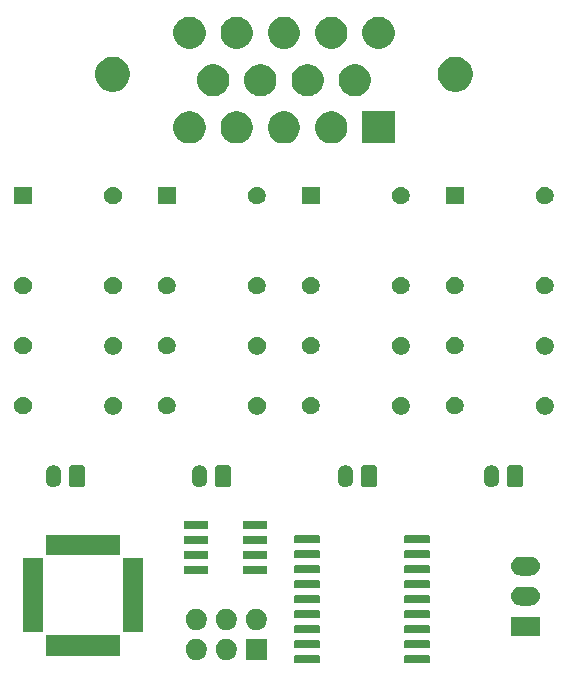
<source format=gbr>
G04 #@! TF.GenerationSoftware,KiCad,Pcbnew,5.1.5-52549c5~84~ubuntu18.04.1*
G04 #@! TF.CreationDate,2020-02-06T21:07:47-05:00*
G04 #@! TF.ProjectId,FH_fault-latch,46485f66-6175-46c7-942d-6c617463682e,rev?*
G04 #@! TF.SameCoordinates,Original*
G04 #@! TF.FileFunction,Soldermask,Top*
G04 #@! TF.FilePolarity,Negative*
%FSLAX46Y46*%
G04 Gerber Fmt 4.6, Leading zero omitted, Abs format (unit mm)*
G04 Created by KiCad (PCBNEW 5.1.5-52549c5~84~ubuntu18.04.1) date 2020-02-06 21:07:47*
%MOMM*%
%LPD*%
G04 APERTURE LIST*
%ADD10C,0.100000*%
G04 APERTURE END LIST*
D10*
G36*
X142286928Y-126397764D02*
G01*
X142308009Y-126404160D01*
X142327445Y-126414548D01*
X142344476Y-126428524D01*
X142358452Y-126445555D01*
X142368840Y-126464991D01*
X142375236Y-126486072D01*
X142378000Y-126514140D01*
X142378000Y-126977860D01*
X142375236Y-127005928D01*
X142368840Y-127027009D01*
X142358452Y-127046445D01*
X142344476Y-127063476D01*
X142327445Y-127077452D01*
X142308009Y-127087840D01*
X142286928Y-127094236D01*
X142258860Y-127097000D01*
X140345140Y-127097000D01*
X140317072Y-127094236D01*
X140295991Y-127087840D01*
X140276555Y-127077452D01*
X140259524Y-127063476D01*
X140245548Y-127046445D01*
X140235160Y-127027009D01*
X140228764Y-127005928D01*
X140226000Y-126977860D01*
X140226000Y-126514140D01*
X140228764Y-126486072D01*
X140235160Y-126464991D01*
X140245548Y-126445555D01*
X140259524Y-126428524D01*
X140276555Y-126414548D01*
X140295991Y-126404160D01*
X140317072Y-126397764D01*
X140345140Y-126395000D01*
X142258860Y-126395000D01*
X142286928Y-126397764D01*
G37*
G36*
X132986928Y-126397764D02*
G01*
X133008009Y-126404160D01*
X133027445Y-126414548D01*
X133044476Y-126428524D01*
X133058452Y-126445555D01*
X133068840Y-126464991D01*
X133075236Y-126486072D01*
X133078000Y-126514140D01*
X133078000Y-126977860D01*
X133075236Y-127005928D01*
X133068840Y-127027009D01*
X133058452Y-127046445D01*
X133044476Y-127063476D01*
X133027445Y-127077452D01*
X133008009Y-127087840D01*
X132986928Y-127094236D01*
X132958860Y-127097000D01*
X131045140Y-127097000D01*
X131017072Y-127094236D01*
X130995991Y-127087840D01*
X130976555Y-127077452D01*
X130959524Y-127063476D01*
X130945548Y-127046445D01*
X130935160Y-127027009D01*
X130928764Y-127005928D01*
X130926000Y-126977860D01*
X130926000Y-126514140D01*
X130928764Y-126486072D01*
X130935160Y-126464991D01*
X130945548Y-126445555D01*
X130959524Y-126428524D01*
X130976555Y-126414548D01*
X130995991Y-126404160D01*
X131017072Y-126397764D01*
X131045140Y-126395000D01*
X132958860Y-126395000D01*
X132986928Y-126397764D01*
G37*
G36*
X125272012Y-125024427D02*
G01*
X125421312Y-125054124D01*
X125585284Y-125122044D01*
X125732854Y-125220647D01*
X125858353Y-125346146D01*
X125956956Y-125493716D01*
X126024876Y-125657688D01*
X126051885Y-125793476D01*
X126058554Y-125827000D01*
X126059500Y-125831759D01*
X126059500Y-126009241D01*
X126024876Y-126183312D01*
X125956956Y-126347284D01*
X125858353Y-126494854D01*
X125732854Y-126620353D01*
X125585284Y-126718956D01*
X125421312Y-126786876D01*
X125272012Y-126816573D01*
X125247242Y-126821500D01*
X125069758Y-126821500D01*
X125044988Y-126816573D01*
X124895688Y-126786876D01*
X124731716Y-126718956D01*
X124584146Y-126620353D01*
X124458647Y-126494854D01*
X124360044Y-126347284D01*
X124292124Y-126183312D01*
X124257500Y-126009241D01*
X124257500Y-125831759D01*
X124258447Y-125827000D01*
X124265115Y-125793476D01*
X124292124Y-125657688D01*
X124360044Y-125493716D01*
X124458647Y-125346146D01*
X124584146Y-125220647D01*
X124731716Y-125122044D01*
X124895688Y-125054124D01*
X125044988Y-125024427D01*
X125069758Y-125019500D01*
X125247242Y-125019500D01*
X125272012Y-125024427D01*
G37*
G36*
X122732012Y-125024427D02*
G01*
X122881312Y-125054124D01*
X123045284Y-125122044D01*
X123192854Y-125220647D01*
X123318353Y-125346146D01*
X123416956Y-125493716D01*
X123484876Y-125657688D01*
X123511885Y-125793476D01*
X123518554Y-125827000D01*
X123519500Y-125831759D01*
X123519500Y-126009241D01*
X123484876Y-126183312D01*
X123416956Y-126347284D01*
X123318353Y-126494854D01*
X123192854Y-126620353D01*
X123045284Y-126718956D01*
X122881312Y-126786876D01*
X122732012Y-126816573D01*
X122707242Y-126821500D01*
X122529758Y-126821500D01*
X122504988Y-126816573D01*
X122355688Y-126786876D01*
X122191716Y-126718956D01*
X122044146Y-126620353D01*
X121918647Y-126494854D01*
X121820044Y-126347284D01*
X121752124Y-126183312D01*
X121717500Y-126009241D01*
X121717500Y-125831759D01*
X121718447Y-125827000D01*
X121725115Y-125793476D01*
X121752124Y-125657688D01*
X121820044Y-125493716D01*
X121918647Y-125346146D01*
X122044146Y-125220647D01*
X122191716Y-125122044D01*
X122355688Y-125054124D01*
X122504988Y-125024427D01*
X122529758Y-125019500D01*
X122707242Y-125019500D01*
X122732012Y-125024427D01*
G37*
G36*
X128599500Y-126821500D02*
G01*
X126797500Y-126821500D01*
X126797500Y-125019500D01*
X128599500Y-125019500D01*
X128599500Y-126821500D01*
G37*
G36*
X116156000Y-126449500D02*
G01*
X109904000Y-126449500D01*
X109904000Y-124747500D01*
X116156000Y-124747500D01*
X116156000Y-126449500D01*
G37*
G36*
X142286928Y-125127764D02*
G01*
X142308009Y-125134160D01*
X142327445Y-125144548D01*
X142344476Y-125158524D01*
X142358452Y-125175555D01*
X142368840Y-125194991D01*
X142375236Y-125216072D01*
X142378000Y-125244140D01*
X142378000Y-125707860D01*
X142375236Y-125735928D01*
X142368840Y-125757009D01*
X142358452Y-125776445D01*
X142344476Y-125793476D01*
X142327445Y-125807452D01*
X142308009Y-125817840D01*
X142286928Y-125824236D01*
X142258860Y-125827000D01*
X140345140Y-125827000D01*
X140317072Y-125824236D01*
X140295991Y-125817840D01*
X140276555Y-125807452D01*
X140259524Y-125793476D01*
X140245548Y-125776445D01*
X140235160Y-125757009D01*
X140228764Y-125735928D01*
X140226000Y-125707860D01*
X140226000Y-125244140D01*
X140228764Y-125216072D01*
X140235160Y-125194991D01*
X140245548Y-125175555D01*
X140259524Y-125158524D01*
X140276555Y-125144548D01*
X140295991Y-125134160D01*
X140317072Y-125127764D01*
X140345140Y-125125000D01*
X142258860Y-125125000D01*
X142286928Y-125127764D01*
G37*
G36*
X132986928Y-125127764D02*
G01*
X133008009Y-125134160D01*
X133027445Y-125144548D01*
X133044476Y-125158524D01*
X133058452Y-125175555D01*
X133068840Y-125194991D01*
X133075236Y-125216072D01*
X133078000Y-125244140D01*
X133078000Y-125707860D01*
X133075236Y-125735928D01*
X133068840Y-125757009D01*
X133058452Y-125776445D01*
X133044476Y-125793476D01*
X133027445Y-125807452D01*
X133008009Y-125817840D01*
X132986928Y-125824236D01*
X132958860Y-125827000D01*
X131045140Y-125827000D01*
X131017072Y-125824236D01*
X130995991Y-125817840D01*
X130976555Y-125807452D01*
X130959524Y-125793476D01*
X130945548Y-125776445D01*
X130935160Y-125757009D01*
X130928764Y-125735928D01*
X130926000Y-125707860D01*
X130926000Y-125244140D01*
X130928764Y-125216072D01*
X130935160Y-125194991D01*
X130945548Y-125175555D01*
X130959524Y-125158524D01*
X130976555Y-125144548D01*
X130995991Y-125134160D01*
X131017072Y-125127764D01*
X131045140Y-125125000D01*
X132958860Y-125125000D01*
X132986928Y-125127764D01*
G37*
G36*
X151696000Y-124753000D02*
G01*
X149294000Y-124753000D01*
X149294000Y-123151000D01*
X151696000Y-123151000D01*
X151696000Y-124753000D01*
G37*
G36*
X132986928Y-123857764D02*
G01*
X133008009Y-123864160D01*
X133027445Y-123874548D01*
X133044476Y-123888524D01*
X133058452Y-123905555D01*
X133068840Y-123924991D01*
X133075236Y-123946072D01*
X133078000Y-123974140D01*
X133078000Y-124437860D01*
X133075236Y-124465928D01*
X133068840Y-124487009D01*
X133058452Y-124506445D01*
X133044476Y-124523476D01*
X133027445Y-124537452D01*
X133008009Y-124547840D01*
X132986928Y-124554236D01*
X132958860Y-124557000D01*
X131045140Y-124557000D01*
X131017072Y-124554236D01*
X130995991Y-124547840D01*
X130976555Y-124537452D01*
X130959524Y-124523476D01*
X130945548Y-124506445D01*
X130935160Y-124487009D01*
X130928764Y-124465928D01*
X130926000Y-124437860D01*
X130926000Y-123974140D01*
X130928764Y-123946072D01*
X130935160Y-123924991D01*
X130945548Y-123905555D01*
X130959524Y-123888524D01*
X130976555Y-123874548D01*
X130995991Y-123864160D01*
X131017072Y-123857764D01*
X131045140Y-123855000D01*
X132958860Y-123855000D01*
X132986928Y-123857764D01*
G37*
G36*
X142286928Y-123857764D02*
G01*
X142308009Y-123864160D01*
X142327445Y-123874548D01*
X142344476Y-123888524D01*
X142358452Y-123905555D01*
X142368840Y-123924991D01*
X142375236Y-123946072D01*
X142378000Y-123974140D01*
X142378000Y-124437860D01*
X142375236Y-124465928D01*
X142368840Y-124487009D01*
X142358452Y-124506445D01*
X142344476Y-124523476D01*
X142327445Y-124537452D01*
X142308009Y-124547840D01*
X142286928Y-124554236D01*
X142258860Y-124557000D01*
X140345140Y-124557000D01*
X140317072Y-124554236D01*
X140295991Y-124547840D01*
X140276555Y-124537452D01*
X140259524Y-124523476D01*
X140245548Y-124506445D01*
X140235160Y-124487009D01*
X140228764Y-124465928D01*
X140226000Y-124437860D01*
X140226000Y-123974140D01*
X140228764Y-123946072D01*
X140235160Y-123924991D01*
X140245548Y-123905555D01*
X140259524Y-123888524D01*
X140276555Y-123874548D01*
X140295991Y-123864160D01*
X140317072Y-123857764D01*
X140345140Y-123855000D01*
X142258860Y-123855000D01*
X142286928Y-123857764D01*
G37*
G36*
X109631000Y-124474500D02*
G01*
X107929000Y-124474500D01*
X107929000Y-118222500D01*
X109631000Y-118222500D01*
X109631000Y-124474500D01*
G37*
G36*
X118131000Y-124474500D02*
G01*
X116429000Y-124474500D01*
X116429000Y-118222500D01*
X118131000Y-118222500D01*
X118131000Y-124474500D01*
G37*
G36*
X125272012Y-122484427D02*
G01*
X125421312Y-122514124D01*
X125585284Y-122582044D01*
X125732854Y-122680647D01*
X125858353Y-122806146D01*
X125956956Y-122953716D01*
X126024876Y-123117688D01*
X126051885Y-123253476D01*
X126058554Y-123287000D01*
X126059500Y-123291759D01*
X126059500Y-123469241D01*
X126024876Y-123643312D01*
X125956956Y-123807284D01*
X125858353Y-123954854D01*
X125732854Y-124080353D01*
X125585284Y-124178956D01*
X125421312Y-124246876D01*
X125272012Y-124276573D01*
X125247242Y-124281500D01*
X125069758Y-124281500D01*
X125044988Y-124276573D01*
X124895688Y-124246876D01*
X124731716Y-124178956D01*
X124584146Y-124080353D01*
X124458647Y-123954854D01*
X124360044Y-123807284D01*
X124292124Y-123643312D01*
X124257500Y-123469241D01*
X124257500Y-123291759D01*
X124258447Y-123287000D01*
X124265115Y-123253476D01*
X124292124Y-123117688D01*
X124360044Y-122953716D01*
X124458647Y-122806146D01*
X124584146Y-122680647D01*
X124731716Y-122582044D01*
X124895688Y-122514124D01*
X125044988Y-122484427D01*
X125069758Y-122479500D01*
X125247242Y-122479500D01*
X125272012Y-122484427D01*
G37*
G36*
X122732012Y-122484427D02*
G01*
X122881312Y-122514124D01*
X123045284Y-122582044D01*
X123192854Y-122680647D01*
X123318353Y-122806146D01*
X123416956Y-122953716D01*
X123484876Y-123117688D01*
X123511885Y-123253476D01*
X123518554Y-123287000D01*
X123519500Y-123291759D01*
X123519500Y-123469241D01*
X123484876Y-123643312D01*
X123416956Y-123807284D01*
X123318353Y-123954854D01*
X123192854Y-124080353D01*
X123045284Y-124178956D01*
X122881312Y-124246876D01*
X122732012Y-124276573D01*
X122707242Y-124281500D01*
X122529758Y-124281500D01*
X122504988Y-124276573D01*
X122355688Y-124246876D01*
X122191716Y-124178956D01*
X122044146Y-124080353D01*
X121918647Y-123954854D01*
X121820044Y-123807284D01*
X121752124Y-123643312D01*
X121717500Y-123469241D01*
X121717500Y-123291759D01*
X121718447Y-123287000D01*
X121725115Y-123253476D01*
X121752124Y-123117688D01*
X121820044Y-122953716D01*
X121918647Y-122806146D01*
X122044146Y-122680647D01*
X122191716Y-122582044D01*
X122355688Y-122514124D01*
X122504988Y-122484427D01*
X122529758Y-122479500D01*
X122707242Y-122479500D01*
X122732012Y-122484427D01*
G37*
G36*
X127812012Y-122484427D02*
G01*
X127961312Y-122514124D01*
X128125284Y-122582044D01*
X128272854Y-122680647D01*
X128398353Y-122806146D01*
X128496956Y-122953716D01*
X128564876Y-123117688D01*
X128591885Y-123253476D01*
X128598554Y-123287000D01*
X128599500Y-123291759D01*
X128599500Y-123469241D01*
X128564876Y-123643312D01*
X128496956Y-123807284D01*
X128398353Y-123954854D01*
X128272854Y-124080353D01*
X128125284Y-124178956D01*
X127961312Y-124246876D01*
X127812012Y-124276573D01*
X127787242Y-124281500D01*
X127609758Y-124281500D01*
X127584988Y-124276573D01*
X127435688Y-124246876D01*
X127271716Y-124178956D01*
X127124146Y-124080353D01*
X126998647Y-123954854D01*
X126900044Y-123807284D01*
X126832124Y-123643312D01*
X126797500Y-123469241D01*
X126797500Y-123291759D01*
X126798447Y-123287000D01*
X126805115Y-123253476D01*
X126832124Y-123117688D01*
X126900044Y-122953716D01*
X126998647Y-122806146D01*
X127124146Y-122680647D01*
X127271716Y-122582044D01*
X127435688Y-122514124D01*
X127584988Y-122484427D01*
X127609758Y-122479500D01*
X127787242Y-122479500D01*
X127812012Y-122484427D01*
G37*
G36*
X142286928Y-122587764D02*
G01*
X142308009Y-122594160D01*
X142327445Y-122604548D01*
X142344476Y-122618524D01*
X142358452Y-122635555D01*
X142368840Y-122654991D01*
X142375236Y-122676072D01*
X142378000Y-122704140D01*
X142378000Y-123167860D01*
X142375236Y-123195928D01*
X142368840Y-123217009D01*
X142358452Y-123236445D01*
X142344476Y-123253476D01*
X142327445Y-123267452D01*
X142308009Y-123277840D01*
X142286928Y-123284236D01*
X142258860Y-123287000D01*
X140345140Y-123287000D01*
X140317072Y-123284236D01*
X140295991Y-123277840D01*
X140276555Y-123267452D01*
X140259524Y-123253476D01*
X140245548Y-123236445D01*
X140235160Y-123217009D01*
X140228764Y-123195928D01*
X140226000Y-123167860D01*
X140226000Y-122704140D01*
X140228764Y-122676072D01*
X140235160Y-122654991D01*
X140245548Y-122635555D01*
X140259524Y-122618524D01*
X140276555Y-122604548D01*
X140295991Y-122594160D01*
X140317072Y-122587764D01*
X140345140Y-122585000D01*
X142258860Y-122585000D01*
X142286928Y-122587764D01*
G37*
G36*
X132986928Y-122587764D02*
G01*
X133008009Y-122594160D01*
X133027445Y-122604548D01*
X133044476Y-122618524D01*
X133058452Y-122635555D01*
X133068840Y-122654991D01*
X133075236Y-122676072D01*
X133078000Y-122704140D01*
X133078000Y-123167860D01*
X133075236Y-123195928D01*
X133068840Y-123217009D01*
X133058452Y-123236445D01*
X133044476Y-123253476D01*
X133027445Y-123267452D01*
X133008009Y-123277840D01*
X132986928Y-123284236D01*
X132958860Y-123287000D01*
X131045140Y-123287000D01*
X131017072Y-123284236D01*
X130995991Y-123277840D01*
X130976555Y-123267452D01*
X130959524Y-123253476D01*
X130945548Y-123236445D01*
X130935160Y-123217009D01*
X130928764Y-123195928D01*
X130926000Y-123167860D01*
X130926000Y-122704140D01*
X130928764Y-122676072D01*
X130935160Y-122654991D01*
X130945548Y-122635555D01*
X130959524Y-122618524D01*
X130976555Y-122604548D01*
X130995991Y-122594160D01*
X131017072Y-122587764D01*
X131045140Y-122585000D01*
X132958860Y-122585000D01*
X132986928Y-122587764D01*
G37*
G36*
X150973571Y-120614863D02*
G01*
X151052023Y-120622590D01*
X151152682Y-120653125D01*
X151203013Y-120668392D01*
X151342165Y-120742771D01*
X151464133Y-120842867D01*
X151564229Y-120964835D01*
X151638608Y-121103987D01*
X151638608Y-121103988D01*
X151684410Y-121254977D01*
X151699875Y-121412000D01*
X151684410Y-121569023D01*
X151653875Y-121669682D01*
X151638608Y-121720013D01*
X151564229Y-121859165D01*
X151464133Y-121981133D01*
X151342165Y-122081229D01*
X151203013Y-122155608D01*
X151152682Y-122170875D01*
X151052023Y-122201410D01*
X150973571Y-122209137D01*
X150934346Y-122213000D01*
X150055654Y-122213000D01*
X150016429Y-122209137D01*
X149937977Y-122201410D01*
X149837318Y-122170875D01*
X149786987Y-122155608D01*
X149647835Y-122081229D01*
X149525867Y-121981133D01*
X149425771Y-121859165D01*
X149351392Y-121720013D01*
X149336125Y-121669682D01*
X149305590Y-121569023D01*
X149290125Y-121412000D01*
X149305590Y-121254977D01*
X149351392Y-121103988D01*
X149351392Y-121103987D01*
X149425771Y-120964835D01*
X149525867Y-120842867D01*
X149647835Y-120742771D01*
X149786987Y-120668392D01*
X149837318Y-120653125D01*
X149937977Y-120622590D01*
X150016429Y-120614863D01*
X150055654Y-120611000D01*
X150934346Y-120611000D01*
X150973571Y-120614863D01*
G37*
G36*
X132986928Y-121317764D02*
G01*
X133008009Y-121324160D01*
X133027445Y-121334548D01*
X133044476Y-121348524D01*
X133058452Y-121365555D01*
X133068840Y-121384991D01*
X133075236Y-121406072D01*
X133078000Y-121434140D01*
X133078000Y-121897860D01*
X133075236Y-121925928D01*
X133068840Y-121947009D01*
X133058452Y-121966445D01*
X133044476Y-121983476D01*
X133027445Y-121997452D01*
X133008009Y-122007840D01*
X132986928Y-122014236D01*
X132958860Y-122017000D01*
X131045140Y-122017000D01*
X131017072Y-122014236D01*
X130995991Y-122007840D01*
X130976555Y-121997452D01*
X130959524Y-121983476D01*
X130945548Y-121966445D01*
X130935160Y-121947009D01*
X130928764Y-121925928D01*
X130926000Y-121897860D01*
X130926000Y-121434140D01*
X130928764Y-121406072D01*
X130935160Y-121384991D01*
X130945548Y-121365555D01*
X130959524Y-121348524D01*
X130976555Y-121334548D01*
X130995991Y-121324160D01*
X131017072Y-121317764D01*
X131045140Y-121315000D01*
X132958860Y-121315000D01*
X132986928Y-121317764D01*
G37*
G36*
X142286928Y-121317764D02*
G01*
X142308009Y-121324160D01*
X142327445Y-121334548D01*
X142344476Y-121348524D01*
X142358452Y-121365555D01*
X142368840Y-121384991D01*
X142375236Y-121406072D01*
X142378000Y-121434140D01*
X142378000Y-121897860D01*
X142375236Y-121925928D01*
X142368840Y-121947009D01*
X142358452Y-121966445D01*
X142344476Y-121983476D01*
X142327445Y-121997452D01*
X142308009Y-122007840D01*
X142286928Y-122014236D01*
X142258860Y-122017000D01*
X140345140Y-122017000D01*
X140317072Y-122014236D01*
X140295991Y-122007840D01*
X140276555Y-121997452D01*
X140259524Y-121983476D01*
X140245548Y-121966445D01*
X140235160Y-121947009D01*
X140228764Y-121925928D01*
X140226000Y-121897860D01*
X140226000Y-121434140D01*
X140228764Y-121406072D01*
X140235160Y-121384991D01*
X140245548Y-121365555D01*
X140259524Y-121348524D01*
X140276555Y-121334548D01*
X140295991Y-121324160D01*
X140317072Y-121317764D01*
X140345140Y-121315000D01*
X142258860Y-121315000D01*
X142286928Y-121317764D01*
G37*
G36*
X142286928Y-120047764D02*
G01*
X142308009Y-120054160D01*
X142327445Y-120064548D01*
X142344476Y-120078524D01*
X142358452Y-120095555D01*
X142368840Y-120114991D01*
X142375236Y-120136072D01*
X142378000Y-120164140D01*
X142378000Y-120627860D01*
X142375236Y-120655928D01*
X142368840Y-120677009D01*
X142358452Y-120696445D01*
X142344476Y-120713476D01*
X142327445Y-120727452D01*
X142308009Y-120737840D01*
X142286928Y-120744236D01*
X142258860Y-120747000D01*
X140345140Y-120747000D01*
X140317072Y-120744236D01*
X140295991Y-120737840D01*
X140276555Y-120727452D01*
X140259524Y-120713476D01*
X140245548Y-120696445D01*
X140235160Y-120677009D01*
X140228764Y-120655928D01*
X140226000Y-120627860D01*
X140226000Y-120164140D01*
X140228764Y-120136072D01*
X140235160Y-120114991D01*
X140245548Y-120095555D01*
X140259524Y-120078524D01*
X140276555Y-120064548D01*
X140295991Y-120054160D01*
X140317072Y-120047764D01*
X140345140Y-120045000D01*
X142258860Y-120045000D01*
X142286928Y-120047764D01*
G37*
G36*
X132986928Y-120047764D02*
G01*
X133008009Y-120054160D01*
X133027445Y-120064548D01*
X133044476Y-120078524D01*
X133058452Y-120095555D01*
X133068840Y-120114991D01*
X133075236Y-120136072D01*
X133078000Y-120164140D01*
X133078000Y-120627860D01*
X133075236Y-120655928D01*
X133068840Y-120677009D01*
X133058452Y-120696445D01*
X133044476Y-120713476D01*
X133027445Y-120727452D01*
X133008009Y-120737840D01*
X132986928Y-120744236D01*
X132958860Y-120747000D01*
X131045140Y-120747000D01*
X131017072Y-120744236D01*
X130995991Y-120737840D01*
X130976555Y-120727452D01*
X130959524Y-120713476D01*
X130945548Y-120696445D01*
X130935160Y-120677009D01*
X130928764Y-120655928D01*
X130926000Y-120627860D01*
X130926000Y-120164140D01*
X130928764Y-120136072D01*
X130935160Y-120114991D01*
X130945548Y-120095555D01*
X130959524Y-120078524D01*
X130976555Y-120064548D01*
X130995991Y-120054160D01*
X131017072Y-120047764D01*
X131045140Y-120045000D01*
X132958860Y-120045000D01*
X132986928Y-120047764D01*
G37*
G36*
X150973571Y-118074863D02*
G01*
X151052023Y-118082590D01*
X151152682Y-118113125D01*
X151203013Y-118128392D01*
X151342165Y-118202771D01*
X151464133Y-118302867D01*
X151564229Y-118424835D01*
X151638608Y-118563987D01*
X151638608Y-118563988D01*
X151684410Y-118714977D01*
X151699875Y-118872000D01*
X151684410Y-119029023D01*
X151653875Y-119129682D01*
X151638608Y-119180013D01*
X151564229Y-119319165D01*
X151464133Y-119441133D01*
X151342165Y-119541229D01*
X151203013Y-119615608D01*
X151152682Y-119630875D01*
X151052023Y-119661410D01*
X150973571Y-119669137D01*
X150934346Y-119673000D01*
X150055654Y-119673000D01*
X150016429Y-119669137D01*
X149937977Y-119661410D01*
X149837318Y-119630875D01*
X149786987Y-119615608D01*
X149647835Y-119541229D01*
X149525867Y-119441133D01*
X149425771Y-119319165D01*
X149351392Y-119180013D01*
X149336125Y-119129682D01*
X149305590Y-119029023D01*
X149290125Y-118872000D01*
X149305590Y-118714977D01*
X149351392Y-118563988D01*
X149351392Y-118563987D01*
X149425771Y-118424835D01*
X149525867Y-118302867D01*
X149647835Y-118202771D01*
X149786987Y-118128392D01*
X149837318Y-118113125D01*
X149937977Y-118082590D01*
X150016429Y-118074863D01*
X150055654Y-118071000D01*
X150934346Y-118071000D01*
X150973571Y-118074863D01*
G37*
G36*
X128504928Y-118841264D02*
G01*
X128526009Y-118847660D01*
X128545445Y-118858048D01*
X128562476Y-118872024D01*
X128576452Y-118889055D01*
X128586840Y-118908491D01*
X128593236Y-118929572D01*
X128596000Y-118957640D01*
X128596000Y-119421360D01*
X128593236Y-119449428D01*
X128586840Y-119470509D01*
X128576452Y-119489945D01*
X128562476Y-119506976D01*
X128545445Y-119520952D01*
X128526009Y-119531340D01*
X128504928Y-119537736D01*
X128476860Y-119540500D01*
X126663140Y-119540500D01*
X126635072Y-119537736D01*
X126613991Y-119531340D01*
X126594555Y-119520952D01*
X126577524Y-119506976D01*
X126563548Y-119489945D01*
X126553160Y-119470509D01*
X126546764Y-119449428D01*
X126544000Y-119421360D01*
X126544000Y-118957640D01*
X126546764Y-118929572D01*
X126553160Y-118908491D01*
X126563548Y-118889055D01*
X126577524Y-118872024D01*
X126594555Y-118858048D01*
X126613991Y-118847660D01*
X126635072Y-118841264D01*
X126663140Y-118838500D01*
X128476860Y-118838500D01*
X128504928Y-118841264D01*
G37*
G36*
X123554928Y-118841264D02*
G01*
X123576009Y-118847660D01*
X123595445Y-118858048D01*
X123612476Y-118872024D01*
X123626452Y-118889055D01*
X123636840Y-118908491D01*
X123643236Y-118929572D01*
X123646000Y-118957640D01*
X123646000Y-119421360D01*
X123643236Y-119449428D01*
X123636840Y-119470509D01*
X123626452Y-119489945D01*
X123612476Y-119506976D01*
X123595445Y-119520952D01*
X123576009Y-119531340D01*
X123554928Y-119537736D01*
X123526860Y-119540500D01*
X121713140Y-119540500D01*
X121685072Y-119537736D01*
X121663991Y-119531340D01*
X121644555Y-119520952D01*
X121627524Y-119506976D01*
X121613548Y-119489945D01*
X121603160Y-119470509D01*
X121596764Y-119449428D01*
X121594000Y-119421360D01*
X121594000Y-118957640D01*
X121596764Y-118929572D01*
X121603160Y-118908491D01*
X121613548Y-118889055D01*
X121627524Y-118872024D01*
X121644555Y-118858048D01*
X121663991Y-118847660D01*
X121685072Y-118841264D01*
X121713140Y-118838500D01*
X123526860Y-118838500D01*
X123554928Y-118841264D01*
G37*
G36*
X132986928Y-118777764D02*
G01*
X133008009Y-118784160D01*
X133027445Y-118794548D01*
X133044476Y-118808524D01*
X133058452Y-118825555D01*
X133068840Y-118844991D01*
X133075236Y-118866072D01*
X133078000Y-118894140D01*
X133078000Y-119357860D01*
X133075236Y-119385928D01*
X133068840Y-119407009D01*
X133058452Y-119426445D01*
X133044476Y-119443476D01*
X133027445Y-119457452D01*
X133008009Y-119467840D01*
X132986928Y-119474236D01*
X132958860Y-119477000D01*
X131045140Y-119477000D01*
X131017072Y-119474236D01*
X130995991Y-119467840D01*
X130976555Y-119457452D01*
X130959524Y-119443476D01*
X130945548Y-119426445D01*
X130935160Y-119407009D01*
X130928764Y-119385928D01*
X130926000Y-119357860D01*
X130926000Y-118894140D01*
X130928764Y-118866072D01*
X130935160Y-118844991D01*
X130945548Y-118825555D01*
X130959524Y-118808524D01*
X130976555Y-118794548D01*
X130995991Y-118784160D01*
X131017072Y-118777764D01*
X131045140Y-118775000D01*
X132958860Y-118775000D01*
X132986928Y-118777764D01*
G37*
G36*
X142286928Y-118777764D02*
G01*
X142308009Y-118784160D01*
X142327445Y-118794548D01*
X142344476Y-118808524D01*
X142358452Y-118825555D01*
X142368840Y-118844991D01*
X142375236Y-118866072D01*
X142378000Y-118894140D01*
X142378000Y-119357860D01*
X142375236Y-119385928D01*
X142368840Y-119407009D01*
X142358452Y-119426445D01*
X142344476Y-119443476D01*
X142327445Y-119457452D01*
X142308009Y-119467840D01*
X142286928Y-119474236D01*
X142258860Y-119477000D01*
X140345140Y-119477000D01*
X140317072Y-119474236D01*
X140295991Y-119467840D01*
X140276555Y-119457452D01*
X140259524Y-119443476D01*
X140245548Y-119426445D01*
X140235160Y-119407009D01*
X140228764Y-119385928D01*
X140226000Y-119357860D01*
X140226000Y-118894140D01*
X140228764Y-118866072D01*
X140235160Y-118844991D01*
X140245548Y-118825555D01*
X140259524Y-118808524D01*
X140276555Y-118794548D01*
X140295991Y-118784160D01*
X140317072Y-118777764D01*
X140345140Y-118775000D01*
X142258860Y-118775000D01*
X142286928Y-118777764D01*
G37*
G36*
X123554928Y-117571264D02*
G01*
X123576009Y-117577660D01*
X123595445Y-117588048D01*
X123612476Y-117602024D01*
X123626452Y-117619055D01*
X123636840Y-117638491D01*
X123643236Y-117659572D01*
X123646000Y-117687640D01*
X123646000Y-118151360D01*
X123643236Y-118179428D01*
X123636840Y-118200509D01*
X123626452Y-118219945D01*
X123612476Y-118236976D01*
X123595445Y-118250952D01*
X123576009Y-118261340D01*
X123554928Y-118267736D01*
X123526860Y-118270500D01*
X121713140Y-118270500D01*
X121685072Y-118267736D01*
X121663991Y-118261340D01*
X121644555Y-118250952D01*
X121627524Y-118236976D01*
X121613548Y-118219945D01*
X121603160Y-118200509D01*
X121596764Y-118179428D01*
X121594000Y-118151360D01*
X121594000Y-117687640D01*
X121596764Y-117659572D01*
X121603160Y-117638491D01*
X121613548Y-117619055D01*
X121627524Y-117602024D01*
X121644555Y-117588048D01*
X121663991Y-117577660D01*
X121685072Y-117571264D01*
X121713140Y-117568500D01*
X123526860Y-117568500D01*
X123554928Y-117571264D01*
G37*
G36*
X128504928Y-117571264D02*
G01*
X128526009Y-117577660D01*
X128545445Y-117588048D01*
X128562476Y-117602024D01*
X128576452Y-117619055D01*
X128586840Y-117638491D01*
X128593236Y-117659572D01*
X128596000Y-117687640D01*
X128596000Y-118151360D01*
X128593236Y-118179428D01*
X128586840Y-118200509D01*
X128576452Y-118219945D01*
X128562476Y-118236976D01*
X128545445Y-118250952D01*
X128526009Y-118261340D01*
X128504928Y-118267736D01*
X128476860Y-118270500D01*
X126663140Y-118270500D01*
X126635072Y-118267736D01*
X126613991Y-118261340D01*
X126594555Y-118250952D01*
X126577524Y-118236976D01*
X126563548Y-118219945D01*
X126553160Y-118200509D01*
X126546764Y-118179428D01*
X126544000Y-118151360D01*
X126544000Y-117687640D01*
X126546764Y-117659572D01*
X126553160Y-117638491D01*
X126563548Y-117619055D01*
X126577524Y-117602024D01*
X126594555Y-117588048D01*
X126613991Y-117577660D01*
X126635072Y-117571264D01*
X126663140Y-117568500D01*
X128476860Y-117568500D01*
X128504928Y-117571264D01*
G37*
G36*
X132986928Y-117507764D02*
G01*
X133008009Y-117514160D01*
X133027445Y-117524548D01*
X133044476Y-117538524D01*
X133058452Y-117555555D01*
X133068840Y-117574991D01*
X133075236Y-117596072D01*
X133078000Y-117624140D01*
X133078000Y-118087860D01*
X133075236Y-118115928D01*
X133068840Y-118137009D01*
X133058452Y-118156445D01*
X133044476Y-118173476D01*
X133027445Y-118187452D01*
X133008009Y-118197840D01*
X132986928Y-118204236D01*
X132958860Y-118207000D01*
X131045140Y-118207000D01*
X131017072Y-118204236D01*
X130995991Y-118197840D01*
X130976555Y-118187452D01*
X130959524Y-118173476D01*
X130945548Y-118156445D01*
X130935160Y-118137009D01*
X130928764Y-118115928D01*
X130926000Y-118087860D01*
X130926000Y-117624140D01*
X130928764Y-117596072D01*
X130935160Y-117574991D01*
X130945548Y-117555555D01*
X130959524Y-117538524D01*
X130976555Y-117524548D01*
X130995991Y-117514160D01*
X131017072Y-117507764D01*
X131045140Y-117505000D01*
X132958860Y-117505000D01*
X132986928Y-117507764D01*
G37*
G36*
X142286928Y-117507764D02*
G01*
X142308009Y-117514160D01*
X142327445Y-117524548D01*
X142344476Y-117538524D01*
X142358452Y-117555555D01*
X142368840Y-117574991D01*
X142375236Y-117596072D01*
X142378000Y-117624140D01*
X142378000Y-118087860D01*
X142375236Y-118115928D01*
X142368840Y-118137009D01*
X142358452Y-118156445D01*
X142344476Y-118173476D01*
X142327445Y-118187452D01*
X142308009Y-118197840D01*
X142286928Y-118204236D01*
X142258860Y-118207000D01*
X140345140Y-118207000D01*
X140317072Y-118204236D01*
X140295991Y-118197840D01*
X140276555Y-118187452D01*
X140259524Y-118173476D01*
X140245548Y-118156445D01*
X140235160Y-118137009D01*
X140228764Y-118115928D01*
X140226000Y-118087860D01*
X140226000Y-117624140D01*
X140228764Y-117596072D01*
X140235160Y-117574991D01*
X140245548Y-117555555D01*
X140259524Y-117538524D01*
X140276555Y-117524548D01*
X140295991Y-117514160D01*
X140317072Y-117507764D01*
X140345140Y-117505000D01*
X142258860Y-117505000D01*
X142286928Y-117507764D01*
G37*
G36*
X116156000Y-117949500D02*
G01*
X109904000Y-117949500D01*
X109904000Y-116247500D01*
X116156000Y-116247500D01*
X116156000Y-117949500D01*
G37*
G36*
X128504928Y-116301264D02*
G01*
X128526009Y-116307660D01*
X128545445Y-116318048D01*
X128562476Y-116332024D01*
X128576452Y-116349055D01*
X128586840Y-116368491D01*
X128593236Y-116389572D01*
X128596000Y-116417640D01*
X128596000Y-116881360D01*
X128593236Y-116909428D01*
X128586840Y-116930509D01*
X128576452Y-116949945D01*
X128562476Y-116966976D01*
X128545445Y-116980952D01*
X128526009Y-116991340D01*
X128504928Y-116997736D01*
X128476860Y-117000500D01*
X126663140Y-117000500D01*
X126635072Y-116997736D01*
X126613991Y-116991340D01*
X126594555Y-116980952D01*
X126577524Y-116966976D01*
X126563548Y-116949945D01*
X126553160Y-116930509D01*
X126546764Y-116909428D01*
X126544000Y-116881360D01*
X126544000Y-116417640D01*
X126546764Y-116389572D01*
X126553160Y-116368491D01*
X126563548Y-116349055D01*
X126577524Y-116332024D01*
X126594555Y-116318048D01*
X126613991Y-116307660D01*
X126635072Y-116301264D01*
X126663140Y-116298500D01*
X128476860Y-116298500D01*
X128504928Y-116301264D01*
G37*
G36*
X123554928Y-116301264D02*
G01*
X123576009Y-116307660D01*
X123595445Y-116318048D01*
X123612476Y-116332024D01*
X123626452Y-116349055D01*
X123636840Y-116368491D01*
X123643236Y-116389572D01*
X123646000Y-116417640D01*
X123646000Y-116881360D01*
X123643236Y-116909428D01*
X123636840Y-116930509D01*
X123626452Y-116949945D01*
X123612476Y-116966976D01*
X123595445Y-116980952D01*
X123576009Y-116991340D01*
X123554928Y-116997736D01*
X123526860Y-117000500D01*
X121713140Y-117000500D01*
X121685072Y-116997736D01*
X121663991Y-116991340D01*
X121644555Y-116980952D01*
X121627524Y-116966976D01*
X121613548Y-116949945D01*
X121603160Y-116930509D01*
X121596764Y-116909428D01*
X121594000Y-116881360D01*
X121594000Y-116417640D01*
X121596764Y-116389572D01*
X121603160Y-116368491D01*
X121613548Y-116349055D01*
X121627524Y-116332024D01*
X121644555Y-116318048D01*
X121663991Y-116307660D01*
X121685072Y-116301264D01*
X121713140Y-116298500D01*
X123526860Y-116298500D01*
X123554928Y-116301264D01*
G37*
G36*
X142286928Y-116237764D02*
G01*
X142308009Y-116244160D01*
X142327445Y-116254548D01*
X142344476Y-116268524D01*
X142358452Y-116285555D01*
X142368840Y-116304991D01*
X142375236Y-116326072D01*
X142378000Y-116354140D01*
X142378000Y-116817860D01*
X142375236Y-116845928D01*
X142368840Y-116867009D01*
X142358452Y-116886445D01*
X142344476Y-116903476D01*
X142327445Y-116917452D01*
X142308009Y-116927840D01*
X142286928Y-116934236D01*
X142258860Y-116937000D01*
X140345140Y-116937000D01*
X140317072Y-116934236D01*
X140295991Y-116927840D01*
X140276555Y-116917452D01*
X140259524Y-116903476D01*
X140245548Y-116886445D01*
X140235160Y-116867009D01*
X140228764Y-116845928D01*
X140226000Y-116817860D01*
X140226000Y-116354140D01*
X140228764Y-116326072D01*
X140235160Y-116304991D01*
X140245548Y-116285555D01*
X140259524Y-116268524D01*
X140276555Y-116254548D01*
X140295991Y-116244160D01*
X140317072Y-116237764D01*
X140345140Y-116235000D01*
X142258860Y-116235000D01*
X142286928Y-116237764D01*
G37*
G36*
X132986928Y-116237764D02*
G01*
X133008009Y-116244160D01*
X133027445Y-116254548D01*
X133044476Y-116268524D01*
X133058452Y-116285555D01*
X133068840Y-116304991D01*
X133075236Y-116326072D01*
X133078000Y-116354140D01*
X133078000Y-116817860D01*
X133075236Y-116845928D01*
X133068840Y-116867009D01*
X133058452Y-116886445D01*
X133044476Y-116903476D01*
X133027445Y-116917452D01*
X133008009Y-116927840D01*
X132986928Y-116934236D01*
X132958860Y-116937000D01*
X131045140Y-116937000D01*
X131017072Y-116934236D01*
X130995991Y-116927840D01*
X130976555Y-116917452D01*
X130959524Y-116903476D01*
X130945548Y-116886445D01*
X130935160Y-116867009D01*
X130928764Y-116845928D01*
X130926000Y-116817860D01*
X130926000Y-116354140D01*
X130928764Y-116326072D01*
X130935160Y-116304991D01*
X130945548Y-116285555D01*
X130959524Y-116268524D01*
X130976555Y-116254548D01*
X130995991Y-116244160D01*
X131017072Y-116237764D01*
X131045140Y-116235000D01*
X132958860Y-116235000D01*
X132986928Y-116237764D01*
G37*
G36*
X128504928Y-115031264D02*
G01*
X128526009Y-115037660D01*
X128545445Y-115048048D01*
X128562476Y-115062024D01*
X128576452Y-115079055D01*
X128586840Y-115098491D01*
X128593236Y-115119572D01*
X128596000Y-115147640D01*
X128596000Y-115611360D01*
X128593236Y-115639428D01*
X128586840Y-115660509D01*
X128576452Y-115679945D01*
X128562476Y-115696976D01*
X128545445Y-115710952D01*
X128526009Y-115721340D01*
X128504928Y-115727736D01*
X128476860Y-115730500D01*
X126663140Y-115730500D01*
X126635072Y-115727736D01*
X126613991Y-115721340D01*
X126594555Y-115710952D01*
X126577524Y-115696976D01*
X126563548Y-115679945D01*
X126553160Y-115660509D01*
X126546764Y-115639428D01*
X126544000Y-115611360D01*
X126544000Y-115147640D01*
X126546764Y-115119572D01*
X126553160Y-115098491D01*
X126563548Y-115079055D01*
X126577524Y-115062024D01*
X126594555Y-115048048D01*
X126613991Y-115037660D01*
X126635072Y-115031264D01*
X126663140Y-115028500D01*
X128476860Y-115028500D01*
X128504928Y-115031264D01*
G37*
G36*
X123554928Y-115031264D02*
G01*
X123576009Y-115037660D01*
X123595445Y-115048048D01*
X123612476Y-115062024D01*
X123626452Y-115079055D01*
X123636840Y-115098491D01*
X123643236Y-115119572D01*
X123646000Y-115147640D01*
X123646000Y-115611360D01*
X123643236Y-115639428D01*
X123636840Y-115660509D01*
X123626452Y-115679945D01*
X123612476Y-115696976D01*
X123595445Y-115710952D01*
X123576009Y-115721340D01*
X123554928Y-115727736D01*
X123526860Y-115730500D01*
X121713140Y-115730500D01*
X121685072Y-115727736D01*
X121663991Y-115721340D01*
X121644555Y-115710952D01*
X121627524Y-115696976D01*
X121613548Y-115679945D01*
X121603160Y-115660509D01*
X121596764Y-115639428D01*
X121594000Y-115611360D01*
X121594000Y-115147640D01*
X121596764Y-115119572D01*
X121603160Y-115098491D01*
X121613548Y-115079055D01*
X121627524Y-115062024D01*
X121644555Y-115048048D01*
X121663991Y-115037660D01*
X121685072Y-115031264D01*
X121713140Y-115028500D01*
X123526860Y-115028500D01*
X123554928Y-115031264D01*
G37*
G36*
X123010951Y-110335420D02*
G01*
X123091733Y-110359925D01*
X123133669Y-110372646D01*
X123246758Y-110433094D01*
X123345887Y-110514446D01*
X123427239Y-110613575D01*
X123487687Y-110726664D01*
X123487688Y-110726668D01*
X123524913Y-110849382D01*
X123534333Y-110945027D01*
X123534333Y-111558973D01*
X123524913Y-111654618D01*
X123497373Y-111745404D01*
X123487687Y-111777336D01*
X123427239Y-111890425D01*
X123345887Y-111989553D01*
X123246757Y-112070906D01*
X123133668Y-112131354D01*
X123101736Y-112141040D01*
X123010950Y-112168580D01*
X122883333Y-112181149D01*
X122755715Y-112168580D01*
X122664929Y-112141040D01*
X122632997Y-112131354D01*
X122519908Y-112070906D01*
X122420780Y-111989554D01*
X122339427Y-111890424D01*
X122278979Y-111777335D01*
X122269293Y-111745403D01*
X122241753Y-111654617D01*
X122232333Y-111558972D01*
X122232333Y-110945027D01*
X122241753Y-110849382D01*
X122278978Y-110726668D01*
X122278978Y-110726667D01*
X122311290Y-110666217D01*
X122339428Y-110613574D01*
X122352826Y-110597249D01*
X122420780Y-110514446D01*
X122519909Y-110433094D01*
X122632998Y-110372646D01*
X122674934Y-110359925D01*
X122755716Y-110335420D01*
X122883333Y-110322851D01*
X123010951Y-110335420D01*
G37*
G36*
X110649618Y-110335420D02*
G01*
X110730400Y-110359925D01*
X110772336Y-110372646D01*
X110885425Y-110433094D01*
X110984554Y-110514446D01*
X111065906Y-110613575D01*
X111126354Y-110726664D01*
X111126355Y-110726668D01*
X111163580Y-110849382D01*
X111173000Y-110945027D01*
X111173000Y-111558973D01*
X111163580Y-111654618D01*
X111136040Y-111745404D01*
X111126354Y-111777336D01*
X111065906Y-111890425D01*
X110984554Y-111989553D01*
X110885424Y-112070906D01*
X110772335Y-112131354D01*
X110740403Y-112141040D01*
X110649617Y-112168580D01*
X110522000Y-112181149D01*
X110394382Y-112168580D01*
X110303596Y-112141040D01*
X110271664Y-112131354D01*
X110158575Y-112070906D01*
X110059447Y-111989554D01*
X109978094Y-111890424D01*
X109917646Y-111777335D01*
X109907960Y-111745403D01*
X109880420Y-111654617D01*
X109871000Y-111558972D01*
X109871000Y-110945027D01*
X109880420Y-110849382D01*
X109917645Y-110726668D01*
X109917645Y-110726667D01*
X109949957Y-110666217D01*
X109978095Y-110613574D01*
X109991493Y-110597249D01*
X110059447Y-110514446D01*
X110158576Y-110433094D01*
X110271665Y-110372646D01*
X110313601Y-110359925D01*
X110394383Y-110335420D01*
X110522000Y-110322851D01*
X110649618Y-110335420D01*
G37*
G36*
X135372284Y-110335420D02*
G01*
X135453066Y-110359925D01*
X135495002Y-110372646D01*
X135608091Y-110433094D01*
X135707220Y-110514446D01*
X135788572Y-110613575D01*
X135849020Y-110726664D01*
X135849021Y-110726668D01*
X135886246Y-110849382D01*
X135895666Y-110945027D01*
X135895666Y-111558973D01*
X135886246Y-111654618D01*
X135858706Y-111745404D01*
X135849020Y-111777336D01*
X135788572Y-111890425D01*
X135707220Y-111989553D01*
X135608090Y-112070906D01*
X135495001Y-112131354D01*
X135463069Y-112141040D01*
X135372283Y-112168580D01*
X135244666Y-112181149D01*
X135117048Y-112168580D01*
X135026262Y-112141040D01*
X134994330Y-112131354D01*
X134881241Y-112070906D01*
X134782113Y-111989554D01*
X134700760Y-111890424D01*
X134640312Y-111777335D01*
X134630626Y-111745403D01*
X134603086Y-111654617D01*
X134593666Y-111558972D01*
X134593666Y-110945027D01*
X134603086Y-110849382D01*
X134640311Y-110726668D01*
X134640311Y-110726667D01*
X134672623Y-110666217D01*
X134700761Y-110613574D01*
X134714159Y-110597249D01*
X134782113Y-110514446D01*
X134881242Y-110433094D01*
X134994331Y-110372646D01*
X135036267Y-110359925D01*
X135117049Y-110335420D01*
X135244666Y-110322851D01*
X135372284Y-110335420D01*
G37*
G36*
X147733618Y-110335420D02*
G01*
X147814400Y-110359925D01*
X147856336Y-110372646D01*
X147969425Y-110433094D01*
X148068554Y-110514446D01*
X148149906Y-110613575D01*
X148210354Y-110726664D01*
X148210355Y-110726668D01*
X148247580Y-110849382D01*
X148257000Y-110945027D01*
X148257000Y-111558973D01*
X148247580Y-111654618D01*
X148220040Y-111745404D01*
X148210354Y-111777336D01*
X148149906Y-111890425D01*
X148068554Y-111989553D01*
X147969424Y-112070906D01*
X147856335Y-112131354D01*
X147824403Y-112141040D01*
X147733617Y-112168580D01*
X147606000Y-112181149D01*
X147478382Y-112168580D01*
X147387596Y-112141040D01*
X147355664Y-112131354D01*
X147242575Y-112070906D01*
X147143447Y-111989554D01*
X147062094Y-111890424D01*
X147001646Y-111777335D01*
X146991960Y-111745403D01*
X146964420Y-111654617D01*
X146955000Y-111558972D01*
X146955000Y-110945027D01*
X146964420Y-110849382D01*
X147001645Y-110726668D01*
X147001645Y-110726667D01*
X147033957Y-110666217D01*
X147062095Y-110613574D01*
X147075493Y-110597249D01*
X147143447Y-110514446D01*
X147242576Y-110433094D01*
X147355665Y-110372646D01*
X147397601Y-110359925D01*
X147478383Y-110335420D01*
X147606000Y-110322851D01*
X147733618Y-110335420D01*
G37*
G36*
X125374575Y-110330404D02*
G01*
X125411670Y-110341657D01*
X125445848Y-110359925D01*
X125475814Y-110384519D01*
X125500408Y-110414485D01*
X125518676Y-110448663D01*
X125529929Y-110485758D01*
X125534333Y-110530474D01*
X125534333Y-111973526D01*
X125529929Y-112018242D01*
X125518676Y-112055337D01*
X125500408Y-112089515D01*
X125475814Y-112119481D01*
X125445848Y-112144075D01*
X125411670Y-112162343D01*
X125374575Y-112173596D01*
X125329859Y-112178000D01*
X124436807Y-112178000D01*
X124392091Y-112173596D01*
X124354996Y-112162343D01*
X124320818Y-112144075D01*
X124290852Y-112119481D01*
X124266258Y-112089515D01*
X124247990Y-112055337D01*
X124236737Y-112018242D01*
X124232333Y-111973526D01*
X124232333Y-110530474D01*
X124236737Y-110485758D01*
X124247990Y-110448663D01*
X124266258Y-110414485D01*
X124290852Y-110384519D01*
X124320818Y-110359925D01*
X124354996Y-110341657D01*
X124392091Y-110330404D01*
X124436807Y-110326000D01*
X125329859Y-110326000D01*
X125374575Y-110330404D01*
G37*
G36*
X137735908Y-110330404D02*
G01*
X137773003Y-110341657D01*
X137807181Y-110359925D01*
X137837147Y-110384519D01*
X137861741Y-110414485D01*
X137880009Y-110448663D01*
X137891262Y-110485758D01*
X137895666Y-110530474D01*
X137895666Y-111973526D01*
X137891262Y-112018242D01*
X137880009Y-112055337D01*
X137861741Y-112089515D01*
X137837147Y-112119481D01*
X137807181Y-112144075D01*
X137773003Y-112162343D01*
X137735908Y-112173596D01*
X137691192Y-112178000D01*
X136798140Y-112178000D01*
X136753424Y-112173596D01*
X136716329Y-112162343D01*
X136682151Y-112144075D01*
X136652185Y-112119481D01*
X136627591Y-112089515D01*
X136609323Y-112055337D01*
X136598070Y-112018242D01*
X136593666Y-111973526D01*
X136593666Y-110530474D01*
X136598070Y-110485758D01*
X136609323Y-110448663D01*
X136627591Y-110414485D01*
X136652185Y-110384519D01*
X136682151Y-110359925D01*
X136716329Y-110341657D01*
X136753424Y-110330404D01*
X136798140Y-110326000D01*
X137691192Y-110326000D01*
X137735908Y-110330404D01*
G37*
G36*
X113013242Y-110330404D02*
G01*
X113050337Y-110341657D01*
X113084515Y-110359925D01*
X113114481Y-110384519D01*
X113139075Y-110414485D01*
X113157343Y-110448663D01*
X113168596Y-110485758D01*
X113173000Y-110530474D01*
X113173000Y-111973526D01*
X113168596Y-112018242D01*
X113157343Y-112055337D01*
X113139075Y-112089515D01*
X113114481Y-112119481D01*
X113084515Y-112144075D01*
X113050337Y-112162343D01*
X113013242Y-112173596D01*
X112968526Y-112178000D01*
X112075474Y-112178000D01*
X112030758Y-112173596D01*
X111993663Y-112162343D01*
X111959485Y-112144075D01*
X111929519Y-112119481D01*
X111904925Y-112089515D01*
X111886657Y-112055337D01*
X111875404Y-112018242D01*
X111871000Y-111973526D01*
X111871000Y-110530474D01*
X111875404Y-110485758D01*
X111886657Y-110448663D01*
X111904925Y-110414485D01*
X111929519Y-110384519D01*
X111959485Y-110359925D01*
X111993663Y-110341657D01*
X112030758Y-110330404D01*
X112075474Y-110326000D01*
X112968526Y-110326000D01*
X113013242Y-110330404D01*
G37*
G36*
X150097242Y-110330404D02*
G01*
X150134337Y-110341657D01*
X150168515Y-110359925D01*
X150198481Y-110384519D01*
X150223075Y-110414485D01*
X150241343Y-110448663D01*
X150252596Y-110485758D01*
X150257000Y-110530474D01*
X150257000Y-111973526D01*
X150252596Y-112018242D01*
X150241343Y-112055337D01*
X150223075Y-112089515D01*
X150198481Y-112119481D01*
X150168515Y-112144075D01*
X150134337Y-112162343D01*
X150097242Y-112173596D01*
X150052526Y-112178000D01*
X149159474Y-112178000D01*
X149114758Y-112173596D01*
X149077663Y-112162343D01*
X149043485Y-112144075D01*
X149013519Y-112119481D01*
X148988925Y-112089515D01*
X148970657Y-112055337D01*
X148959404Y-112018242D01*
X148955000Y-111973526D01*
X148955000Y-110530474D01*
X148959404Y-110485758D01*
X148970657Y-110448663D01*
X148988925Y-110414485D01*
X149013519Y-110384519D01*
X149043485Y-110359925D01*
X149077663Y-110341657D01*
X149114758Y-110330404D01*
X149159474Y-110326000D01*
X150052526Y-110326000D01*
X150097242Y-110330404D01*
G37*
G36*
X115748785Y-104557860D02*
G01*
X115799059Y-104567860D01*
X115935732Y-104624472D01*
X116058735Y-104706660D01*
X116163340Y-104811265D01*
X116245528Y-104934268D01*
X116302140Y-105070941D01*
X116331000Y-105216033D01*
X116331000Y-105363967D01*
X116302140Y-105509059D01*
X116245528Y-105645732D01*
X116163340Y-105768735D01*
X116058735Y-105873340D01*
X115935732Y-105955528D01*
X115935731Y-105955529D01*
X115935730Y-105955529D01*
X115799059Y-106012140D01*
X115653968Y-106041000D01*
X115506032Y-106041000D01*
X115360941Y-106012140D01*
X115224270Y-105955529D01*
X115224269Y-105955529D01*
X115224268Y-105955528D01*
X115101265Y-105873340D01*
X114996660Y-105768735D01*
X114914472Y-105645732D01*
X114857860Y-105509059D01*
X114829000Y-105363967D01*
X114829000Y-105216033D01*
X114857860Y-105070941D01*
X114914472Y-104934268D01*
X114996660Y-104811265D01*
X115101265Y-104706660D01*
X115224268Y-104624472D01*
X115360941Y-104567860D01*
X115411215Y-104557860D01*
X115506032Y-104539000D01*
X115653968Y-104539000D01*
X115748785Y-104557860D01*
G37*
G36*
X152298785Y-104557860D02*
G01*
X152349059Y-104567860D01*
X152485732Y-104624472D01*
X152608735Y-104706660D01*
X152713340Y-104811265D01*
X152795528Y-104934268D01*
X152852140Y-105070941D01*
X152881000Y-105216033D01*
X152881000Y-105363967D01*
X152852140Y-105509059D01*
X152795528Y-105645732D01*
X152713340Y-105768735D01*
X152608735Y-105873340D01*
X152485732Y-105955528D01*
X152485731Y-105955529D01*
X152485730Y-105955529D01*
X152349059Y-106012140D01*
X152203968Y-106041000D01*
X152056032Y-106041000D01*
X151910941Y-106012140D01*
X151774270Y-105955529D01*
X151774269Y-105955529D01*
X151774268Y-105955528D01*
X151651265Y-105873340D01*
X151546660Y-105768735D01*
X151464472Y-105645732D01*
X151407860Y-105509059D01*
X151379000Y-105363967D01*
X151379000Y-105216033D01*
X151407860Y-105070941D01*
X151464472Y-104934268D01*
X151546660Y-104811265D01*
X151651265Y-104706660D01*
X151774268Y-104624472D01*
X151910941Y-104567860D01*
X151961215Y-104557860D01*
X152056032Y-104539000D01*
X152203968Y-104539000D01*
X152298785Y-104557860D01*
G37*
G36*
X127932118Y-104557860D02*
G01*
X127982392Y-104567860D01*
X128119065Y-104624472D01*
X128242068Y-104706660D01*
X128346673Y-104811265D01*
X128428861Y-104934268D01*
X128485473Y-105070941D01*
X128514333Y-105216033D01*
X128514333Y-105363967D01*
X128485473Y-105509059D01*
X128428861Y-105645732D01*
X128346673Y-105768735D01*
X128242068Y-105873340D01*
X128119065Y-105955528D01*
X128119064Y-105955529D01*
X128119063Y-105955529D01*
X127982392Y-106012140D01*
X127837301Y-106041000D01*
X127689365Y-106041000D01*
X127544274Y-106012140D01*
X127407603Y-105955529D01*
X127407602Y-105955529D01*
X127407601Y-105955528D01*
X127284598Y-105873340D01*
X127179993Y-105768735D01*
X127097805Y-105645732D01*
X127041193Y-105509059D01*
X127012333Y-105363967D01*
X127012333Y-105216033D01*
X127041193Y-105070941D01*
X127097805Y-104934268D01*
X127179993Y-104811265D01*
X127284598Y-104706660D01*
X127407601Y-104624472D01*
X127544274Y-104567860D01*
X127594548Y-104557860D01*
X127689365Y-104539000D01*
X127837301Y-104539000D01*
X127932118Y-104557860D01*
G37*
G36*
X140115451Y-104557860D02*
G01*
X140165725Y-104567860D01*
X140302398Y-104624472D01*
X140425401Y-104706660D01*
X140530006Y-104811265D01*
X140612194Y-104934268D01*
X140668806Y-105070941D01*
X140697666Y-105216033D01*
X140697666Y-105363967D01*
X140668806Y-105509059D01*
X140612194Y-105645732D01*
X140530006Y-105768735D01*
X140425401Y-105873340D01*
X140302398Y-105955528D01*
X140302397Y-105955529D01*
X140302396Y-105955529D01*
X140165725Y-106012140D01*
X140020634Y-106041000D01*
X139872698Y-106041000D01*
X139727607Y-106012140D01*
X139590936Y-105955529D01*
X139590935Y-105955529D01*
X139590934Y-105955528D01*
X139467931Y-105873340D01*
X139363326Y-105768735D01*
X139281138Y-105645732D01*
X139224526Y-105509059D01*
X139195666Y-105363967D01*
X139195666Y-105216033D01*
X139224526Y-105070941D01*
X139281138Y-104934268D01*
X139363326Y-104811265D01*
X139467931Y-104706660D01*
X139590934Y-104624472D01*
X139727607Y-104567860D01*
X139777881Y-104557860D01*
X139872698Y-104539000D01*
X140020634Y-104539000D01*
X140115451Y-104557860D01*
G37*
G36*
X132535725Y-104557860D02*
G01*
X132672398Y-104614472D01*
X132795401Y-104696660D01*
X132900006Y-104801265D01*
X132982194Y-104924268D01*
X133038806Y-105060941D01*
X133067666Y-105206033D01*
X133067666Y-105353967D01*
X133038806Y-105499059D01*
X132982194Y-105635732D01*
X132900006Y-105758735D01*
X132795401Y-105863340D01*
X132672398Y-105945528D01*
X132672397Y-105945529D01*
X132672396Y-105945529D01*
X132535725Y-106002140D01*
X132390634Y-106031000D01*
X132242698Y-106031000D01*
X132097607Y-106002140D01*
X131960936Y-105945529D01*
X131960935Y-105945529D01*
X131960934Y-105945528D01*
X131837931Y-105863340D01*
X131733326Y-105758735D01*
X131651138Y-105635732D01*
X131594526Y-105499059D01*
X131565666Y-105353967D01*
X131565666Y-105206033D01*
X131594526Y-105060941D01*
X131651138Y-104924268D01*
X131733326Y-104801265D01*
X131837931Y-104696660D01*
X131960934Y-104614472D01*
X132097607Y-104557860D01*
X132242698Y-104529000D01*
X132390634Y-104529000D01*
X132535725Y-104557860D01*
G37*
G36*
X120352392Y-104557860D02*
G01*
X120489065Y-104614472D01*
X120612068Y-104696660D01*
X120716673Y-104801265D01*
X120798861Y-104924268D01*
X120855473Y-105060941D01*
X120884333Y-105206033D01*
X120884333Y-105353967D01*
X120855473Y-105499059D01*
X120798861Y-105635732D01*
X120716673Y-105758735D01*
X120612068Y-105863340D01*
X120489065Y-105945528D01*
X120489064Y-105945529D01*
X120489063Y-105945529D01*
X120352392Y-106002140D01*
X120207301Y-106031000D01*
X120059365Y-106031000D01*
X119914274Y-106002140D01*
X119777603Y-105945529D01*
X119777602Y-105945529D01*
X119777601Y-105945528D01*
X119654598Y-105863340D01*
X119549993Y-105758735D01*
X119467805Y-105635732D01*
X119411193Y-105499059D01*
X119382333Y-105353967D01*
X119382333Y-105206033D01*
X119411193Y-105060941D01*
X119467805Y-104924268D01*
X119549993Y-104801265D01*
X119654598Y-104696660D01*
X119777601Y-104614472D01*
X119914274Y-104557860D01*
X120059365Y-104529000D01*
X120207301Y-104529000D01*
X120352392Y-104557860D01*
G37*
G36*
X108169059Y-104557860D02*
G01*
X108305732Y-104614472D01*
X108428735Y-104696660D01*
X108533340Y-104801265D01*
X108615528Y-104924268D01*
X108672140Y-105060941D01*
X108701000Y-105206033D01*
X108701000Y-105353967D01*
X108672140Y-105499059D01*
X108615528Y-105635732D01*
X108533340Y-105758735D01*
X108428735Y-105863340D01*
X108305732Y-105945528D01*
X108305731Y-105945529D01*
X108305730Y-105945529D01*
X108169059Y-106002140D01*
X108023968Y-106031000D01*
X107876032Y-106031000D01*
X107730941Y-106002140D01*
X107594270Y-105945529D01*
X107594269Y-105945529D01*
X107594268Y-105945528D01*
X107471265Y-105863340D01*
X107366660Y-105758735D01*
X107284472Y-105635732D01*
X107227860Y-105499059D01*
X107199000Y-105353967D01*
X107199000Y-105206033D01*
X107227860Y-105060941D01*
X107284472Y-104924268D01*
X107366660Y-104801265D01*
X107471265Y-104696660D01*
X107594268Y-104614472D01*
X107730941Y-104557860D01*
X107876032Y-104529000D01*
X108023968Y-104529000D01*
X108169059Y-104557860D01*
G37*
G36*
X144719059Y-104557860D02*
G01*
X144855732Y-104614472D01*
X144978735Y-104696660D01*
X145083340Y-104801265D01*
X145165528Y-104924268D01*
X145222140Y-105060941D01*
X145251000Y-105206033D01*
X145251000Y-105353967D01*
X145222140Y-105499059D01*
X145165528Y-105635732D01*
X145083340Y-105758735D01*
X144978735Y-105863340D01*
X144855732Y-105945528D01*
X144855731Y-105945529D01*
X144855730Y-105945529D01*
X144719059Y-106002140D01*
X144573968Y-106031000D01*
X144426032Y-106031000D01*
X144280941Y-106002140D01*
X144144270Y-105945529D01*
X144144269Y-105945529D01*
X144144268Y-105945528D01*
X144021265Y-105863340D01*
X143916660Y-105758735D01*
X143834472Y-105635732D01*
X143777860Y-105499059D01*
X143749000Y-105353967D01*
X143749000Y-105206033D01*
X143777860Y-105060941D01*
X143834472Y-104924268D01*
X143916660Y-104801265D01*
X144021265Y-104696660D01*
X144144268Y-104614472D01*
X144280941Y-104557860D01*
X144426032Y-104529000D01*
X144573968Y-104529000D01*
X144719059Y-104557860D01*
G37*
G36*
X115799059Y-99487860D02*
G01*
X115887446Y-99524471D01*
X115935732Y-99544472D01*
X116058735Y-99626660D01*
X116163340Y-99731265D01*
X116245528Y-99854268D01*
X116302140Y-99990941D01*
X116331000Y-100136033D01*
X116331000Y-100283967D01*
X116302140Y-100429059D01*
X116245528Y-100565732D01*
X116163340Y-100688735D01*
X116058735Y-100793340D01*
X115935732Y-100875528D01*
X115935731Y-100875529D01*
X115935730Y-100875529D01*
X115799059Y-100932140D01*
X115653968Y-100961000D01*
X115506032Y-100961000D01*
X115360941Y-100932140D01*
X115224270Y-100875529D01*
X115224269Y-100875529D01*
X115224268Y-100875528D01*
X115101265Y-100793340D01*
X114996660Y-100688735D01*
X114914472Y-100565732D01*
X114857860Y-100429059D01*
X114829000Y-100283967D01*
X114829000Y-100136033D01*
X114857860Y-99990941D01*
X114914472Y-99854268D01*
X114996660Y-99731265D01*
X115101265Y-99626660D01*
X115224268Y-99544472D01*
X115272555Y-99524471D01*
X115360941Y-99487860D01*
X115506032Y-99459000D01*
X115653968Y-99459000D01*
X115799059Y-99487860D01*
G37*
G36*
X127982392Y-99487860D02*
G01*
X128070779Y-99524471D01*
X128119065Y-99544472D01*
X128242068Y-99626660D01*
X128346673Y-99731265D01*
X128428861Y-99854268D01*
X128485473Y-99990941D01*
X128514333Y-100136033D01*
X128514333Y-100283967D01*
X128485473Y-100429059D01*
X128428861Y-100565732D01*
X128346673Y-100688735D01*
X128242068Y-100793340D01*
X128119065Y-100875528D01*
X128119064Y-100875529D01*
X128119063Y-100875529D01*
X127982392Y-100932140D01*
X127837301Y-100961000D01*
X127689365Y-100961000D01*
X127544274Y-100932140D01*
X127407603Y-100875529D01*
X127407602Y-100875529D01*
X127407601Y-100875528D01*
X127284598Y-100793340D01*
X127179993Y-100688735D01*
X127097805Y-100565732D01*
X127041193Y-100429059D01*
X127012333Y-100283967D01*
X127012333Y-100136033D01*
X127041193Y-99990941D01*
X127097805Y-99854268D01*
X127179993Y-99731265D01*
X127284598Y-99626660D01*
X127407601Y-99544472D01*
X127455888Y-99524471D01*
X127544274Y-99487860D01*
X127689365Y-99459000D01*
X127837301Y-99459000D01*
X127982392Y-99487860D01*
G37*
G36*
X140165725Y-99487860D02*
G01*
X140254112Y-99524471D01*
X140302398Y-99544472D01*
X140425401Y-99626660D01*
X140530006Y-99731265D01*
X140612194Y-99854268D01*
X140668806Y-99990941D01*
X140697666Y-100136033D01*
X140697666Y-100283967D01*
X140668806Y-100429059D01*
X140612194Y-100565732D01*
X140530006Y-100688735D01*
X140425401Y-100793340D01*
X140302398Y-100875528D01*
X140302397Y-100875529D01*
X140302396Y-100875529D01*
X140165725Y-100932140D01*
X140020634Y-100961000D01*
X139872698Y-100961000D01*
X139727607Y-100932140D01*
X139590936Y-100875529D01*
X139590935Y-100875529D01*
X139590934Y-100875528D01*
X139467931Y-100793340D01*
X139363326Y-100688735D01*
X139281138Y-100565732D01*
X139224526Y-100429059D01*
X139195666Y-100283967D01*
X139195666Y-100136033D01*
X139224526Y-99990941D01*
X139281138Y-99854268D01*
X139363326Y-99731265D01*
X139467931Y-99626660D01*
X139590934Y-99544472D01*
X139639221Y-99524471D01*
X139727607Y-99487860D01*
X139872698Y-99459000D01*
X140020634Y-99459000D01*
X140165725Y-99487860D01*
G37*
G36*
X152349059Y-99487860D02*
G01*
X152437446Y-99524471D01*
X152485732Y-99544472D01*
X152608735Y-99626660D01*
X152713340Y-99731265D01*
X152795528Y-99854268D01*
X152852140Y-99990941D01*
X152881000Y-100136033D01*
X152881000Y-100283967D01*
X152852140Y-100429059D01*
X152795528Y-100565732D01*
X152713340Y-100688735D01*
X152608735Y-100793340D01*
X152485732Y-100875528D01*
X152485731Y-100875529D01*
X152485730Y-100875529D01*
X152349059Y-100932140D01*
X152203968Y-100961000D01*
X152056032Y-100961000D01*
X151910941Y-100932140D01*
X151774270Y-100875529D01*
X151774269Y-100875529D01*
X151774268Y-100875528D01*
X151651265Y-100793340D01*
X151546660Y-100688735D01*
X151464472Y-100565732D01*
X151407860Y-100429059D01*
X151379000Y-100283967D01*
X151379000Y-100136033D01*
X151407860Y-99990941D01*
X151464472Y-99854268D01*
X151546660Y-99731265D01*
X151651265Y-99626660D01*
X151774268Y-99544472D01*
X151822555Y-99524471D01*
X151910941Y-99487860D01*
X152056032Y-99459000D01*
X152203968Y-99459000D01*
X152349059Y-99487860D01*
G37*
G36*
X132491182Y-99459000D02*
G01*
X132535725Y-99467860D01*
X132672398Y-99524472D01*
X132795401Y-99606660D01*
X132900006Y-99711265D01*
X132982194Y-99834268D01*
X133038806Y-99970941D01*
X133067666Y-100116033D01*
X133067666Y-100263967D01*
X133038806Y-100409059D01*
X132982194Y-100545732D01*
X132900006Y-100668735D01*
X132795401Y-100773340D01*
X132672398Y-100855528D01*
X132672397Y-100855529D01*
X132672396Y-100855529D01*
X132535725Y-100912140D01*
X132390634Y-100941000D01*
X132242698Y-100941000D01*
X132097607Y-100912140D01*
X131960936Y-100855529D01*
X131960935Y-100855529D01*
X131960934Y-100855528D01*
X131837931Y-100773340D01*
X131733326Y-100668735D01*
X131651138Y-100545732D01*
X131594526Y-100409059D01*
X131565666Y-100263967D01*
X131565666Y-100116033D01*
X131594526Y-99970941D01*
X131651138Y-99834268D01*
X131733326Y-99711265D01*
X131837931Y-99606660D01*
X131960934Y-99524472D01*
X132097607Y-99467860D01*
X132142150Y-99459000D01*
X132242698Y-99439000D01*
X132390634Y-99439000D01*
X132491182Y-99459000D01*
G37*
G36*
X108124516Y-99459000D02*
G01*
X108169059Y-99467860D01*
X108305732Y-99524472D01*
X108428735Y-99606660D01*
X108533340Y-99711265D01*
X108615528Y-99834268D01*
X108672140Y-99970941D01*
X108701000Y-100116033D01*
X108701000Y-100263967D01*
X108672140Y-100409059D01*
X108615528Y-100545732D01*
X108533340Y-100668735D01*
X108428735Y-100773340D01*
X108305732Y-100855528D01*
X108305731Y-100855529D01*
X108305730Y-100855529D01*
X108169059Y-100912140D01*
X108023968Y-100941000D01*
X107876032Y-100941000D01*
X107730941Y-100912140D01*
X107594270Y-100855529D01*
X107594269Y-100855529D01*
X107594268Y-100855528D01*
X107471265Y-100773340D01*
X107366660Y-100668735D01*
X107284472Y-100545732D01*
X107227860Y-100409059D01*
X107199000Y-100263967D01*
X107199000Y-100116033D01*
X107227860Y-99970941D01*
X107284472Y-99834268D01*
X107366660Y-99711265D01*
X107471265Y-99606660D01*
X107594268Y-99524472D01*
X107730941Y-99467860D01*
X107775484Y-99459000D01*
X107876032Y-99439000D01*
X108023968Y-99439000D01*
X108124516Y-99459000D01*
G37*
G36*
X144674516Y-99459000D02*
G01*
X144719059Y-99467860D01*
X144855732Y-99524472D01*
X144978735Y-99606660D01*
X145083340Y-99711265D01*
X145165528Y-99834268D01*
X145222140Y-99970941D01*
X145251000Y-100116033D01*
X145251000Y-100263967D01*
X145222140Y-100409059D01*
X145165528Y-100545732D01*
X145083340Y-100668735D01*
X144978735Y-100773340D01*
X144855732Y-100855528D01*
X144855731Y-100855529D01*
X144855730Y-100855529D01*
X144719059Y-100912140D01*
X144573968Y-100941000D01*
X144426032Y-100941000D01*
X144280941Y-100912140D01*
X144144270Y-100855529D01*
X144144269Y-100855529D01*
X144144268Y-100855528D01*
X144021265Y-100773340D01*
X143916660Y-100668735D01*
X143834472Y-100545732D01*
X143777860Y-100409059D01*
X143749000Y-100263967D01*
X143749000Y-100116033D01*
X143777860Y-99970941D01*
X143834472Y-99834268D01*
X143916660Y-99711265D01*
X144021265Y-99606660D01*
X144144268Y-99524472D01*
X144280941Y-99467860D01*
X144325484Y-99459000D01*
X144426032Y-99439000D01*
X144573968Y-99439000D01*
X144674516Y-99459000D01*
G37*
G36*
X120307849Y-99459000D02*
G01*
X120352392Y-99467860D01*
X120489065Y-99524472D01*
X120612068Y-99606660D01*
X120716673Y-99711265D01*
X120798861Y-99834268D01*
X120855473Y-99970941D01*
X120884333Y-100116033D01*
X120884333Y-100263967D01*
X120855473Y-100409059D01*
X120798861Y-100545732D01*
X120716673Y-100668735D01*
X120612068Y-100773340D01*
X120489065Y-100855528D01*
X120489064Y-100855529D01*
X120489063Y-100855529D01*
X120352392Y-100912140D01*
X120207301Y-100941000D01*
X120059365Y-100941000D01*
X119914274Y-100912140D01*
X119777603Y-100855529D01*
X119777602Y-100855529D01*
X119777601Y-100855528D01*
X119654598Y-100773340D01*
X119549993Y-100668735D01*
X119467805Y-100545732D01*
X119411193Y-100409059D01*
X119382333Y-100263967D01*
X119382333Y-100116033D01*
X119411193Y-99970941D01*
X119467805Y-99834268D01*
X119549993Y-99711265D01*
X119654598Y-99606660D01*
X119777601Y-99524472D01*
X119914274Y-99467860D01*
X119958817Y-99459000D01*
X120059365Y-99439000D01*
X120207301Y-99439000D01*
X120307849Y-99459000D01*
G37*
G36*
X140155725Y-94397860D02*
G01*
X140292398Y-94454472D01*
X140415401Y-94536660D01*
X140520006Y-94641265D01*
X140602194Y-94764268D01*
X140658806Y-94900941D01*
X140687666Y-95046033D01*
X140687666Y-95193967D01*
X140658806Y-95339059D01*
X140602194Y-95475732D01*
X140520006Y-95598735D01*
X140415401Y-95703340D01*
X140292398Y-95785528D01*
X140292397Y-95785529D01*
X140292396Y-95785529D01*
X140155725Y-95842140D01*
X140010634Y-95871000D01*
X139862698Y-95871000D01*
X139717607Y-95842140D01*
X139580936Y-95785529D01*
X139580935Y-95785529D01*
X139580934Y-95785528D01*
X139457931Y-95703340D01*
X139353326Y-95598735D01*
X139271138Y-95475732D01*
X139214526Y-95339059D01*
X139185666Y-95193967D01*
X139185666Y-95046033D01*
X139214526Y-94900941D01*
X139271138Y-94764268D01*
X139353326Y-94641265D01*
X139457931Y-94536660D01*
X139580934Y-94454472D01*
X139717607Y-94397860D01*
X139862698Y-94369000D01*
X140010634Y-94369000D01*
X140155725Y-94397860D01*
G37*
G36*
X127972392Y-94397860D02*
G01*
X128109065Y-94454472D01*
X128232068Y-94536660D01*
X128336673Y-94641265D01*
X128418861Y-94764268D01*
X128475473Y-94900941D01*
X128504333Y-95046033D01*
X128504333Y-95193967D01*
X128475473Y-95339059D01*
X128418861Y-95475732D01*
X128336673Y-95598735D01*
X128232068Y-95703340D01*
X128109065Y-95785528D01*
X128109064Y-95785529D01*
X128109063Y-95785529D01*
X127972392Y-95842140D01*
X127827301Y-95871000D01*
X127679365Y-95871000D01*
X127534274Y-95842140D01*
X127397603Y-95785529D01*
X127397602Y-95785529D01*
X127397601Y-95785528D01*
X127274598Y-95703340D01*
X127169993Y-95598735D01*
X127087805Y-95475732D01*
X127031193Y-95339059D01*
X127002333Y-95193967D01*
X127002333Y-95046033D01*
X127031193Y-94900941D01*
X127087805Y-94764268D01*
X127169993Y-94641265D01*
X127274598Y-94536660D01*
X127397601Y-94454472D01*
X127534274Y-94397860D01*
X127679365Y-94369000D01*
X127827301Y-94369000D01*
X127972392Y-94397860D01*
G37*
G36*
X120352392Y-94397860D02*
G01*
X120489065Y-94454472D01*
X120612068Y-94536660D01*
X120716673Y-94641265D01*
X120798861Y-94764268D01*
X120855473Y-94900941D01*
X120884333Y-95046033D01*
X120884333Y-95193967D01*
X120855473Y-95339059D01*
X120798861Y-95475732D01*
X120716673Y-95598735D01*
X120612068Y-95703340D01*
X120489065Y-95785528D01*
X120489064Y-95785529D01*
X120489063Y-95785529D01*
X120352392Y-95842140D01*
X120207301Y-95871000D01*
X120059365Y-95871000D01*
X119914274Y-95842140D01*
X119777603Y-95785529D01*
X119777602Y-95785529D01*
X119777601Y-95785528D01*
X119654598Y-95703340D01*
X119549993Y-95598735D01*
X119467805Y-95475732D01*
X119411193Y-95339059D01*
X119382333Y-95193967D01*
X119382333Y-95046033D01*
X119411193Y-94900941D01*
X119467805Y-94764268D01*
X119549993Y-94641265D01*
X119654598Y-94536660D01*
X119777601Y-94454472D01*
X119914274Y-94397860D01*
X120059365Y-94369000D01*
X120207301Y-94369000D01*
X120352392Y-94397860D01*
G37*
G36*
X152339059Y-94397860D02*
G01*
X152475732Y-94454472D01*
X152598735Y-94536660D01*
X152703340Y-94641265D01*
X152785528Y-94764268D01*
X152842140Y-94900941D01*
X152871000Y-95046033D01*
X152871000Y-95193967D01*
X152842140Y-95339059D01*
X152785528Y-95475732D01*
X152703340Y-95598735D01*
X152598735Y-95703340D01*
X152475732Y-95785528D01*
X152475731Y-95785529D01*
X152475730Y-95785529D01*
X152339059Y-95842140D01*
X152193968Y-95871000D01*
X152046032Y-95871000D01*
X151900941Y-95842140D01*
X151764270Y-95785529D01*
X151764269Y-95785529D01*
X151764268Y-95785528D01*
X151641265Y-95703340D01*
X151536660Y-95598735D01*
X151454472Y-95475732D01*
X151397860Y-95339059D01*
X151369000Y-95193967D01*
X151369000Y-95046033D01*
X151397860Y-94900941D01*
X151454472Y-94764268D01*
X151536660Y-94641265D01*
X151641265Y-94536660D01*
X151764268Y-94454472D01*
X151900941Y-94397860D01*
X152046032Y-94369000D01*
X152193968Y-94369000D01*
X152339059Y-94397860D01*
G37*
G36*
X132535725Y-94397860D02*
G01*
X132672398Y-94454472D01*
X132795401Y-94536660D01*
X132900006Y-94641265D01*
X132982194Y-94764268D01*
X133038806Y-94900941D01*
X133067666Y-95046033D01*
X133067666Y-95193967D01*
X133038806Y-95339059D01*
X132982194Y-95475732D01*
X132900006Y-95598735D01*
X132795401Y-95703340D01*
X132672398Y-95785528D01*
X132672397Y-95785529D01*
X132672396Y-95785529D01*
X132535725Y-95842140D01*
X132390634Y-95871000D01*
X132242698Y-95871000D01*
X132097607Y-95842140D01*
X131960936Y-95785529D01*
X131960935Y-95785529D01*
X131960934Y-95785528D01*
X131837931Y-95703340D01*
X131733326Y-95598735D01*
X131651138Y-95475732D01*
X131594526Y-95339059D01*
X131565666Y-95193967D01*
X131565666Y-95046033D01*
X131594526Y-94900941D01*
X131651138Y-94764268D01*
X131733326Y-94641265D01*
X131837931Y-94536660D01*
X131960934Y-94454472D01*
X132097607Y-94397860D01*
X132242698Y-94369000D01*
X132390634Y-94369000D01*
X132535725Y-94397860D01*
G37*
G36*
X144719059Y-94397860D02*
G01*
X144855732Y-94454472D01*
X144978735Y-94536660D01*
X145083340Y-94641265D01*
X145165528Y-94764268D01*
X145222140Y-94900941D01*
X145251000Y-95046033D01*
X145251000Y-95193967D01*
X145222140Y-95339059D01*
X145165528Y-95475732D01*
X145083340Y-95598735D01*
X144978735Y-95703340D01*
X144855732Y-95785528D01*
X144855731Y-95785529D01*
X144855730Y-95785529D01*
X144719059Y-95842140D01*
X144573968Y-95871000D01*
X144426032Y-95871000D01*
X144280941Y-95842140D01*
X144144270Y-95785529D01*
X144144269Y-95785529D01*
X144144268Y-95785528D01*
X144021265Y-95703340D01*
X143916660Y-95598735D01*
X143834472Y-95475732D01*
X143777860Y-95339059D01*
X143749000Y-95193967D01*
X143749000Y-95046033D01*
X143777860Y-94900941D01*
X143834472Y-94764268D01*
X143916660Y-94641265D01*
X144021265Y-94536660D01*
X144144268Y-94454472D01*
X144280941Y-94397860D01*
X144426032Y-94369000D01*
X144573968Y-94369000D01*
X144719059Y-94397860D01*
G37*
G36*
X108169059Y-94397860D02*
G01*
X108305732Y-94454472D01*
X108428735Y-94536660D01*
X108533340Y-94641265D01*
X108615528Y-94764268D01*
X108672140Y-94900941D01*
X108701000Y-95046033D01*
X108701000Y-95193967D01*
X108672140Y-95339059D01*
X108615528Y-95475732D01*
X108533340Y-95598735D01*
X108428735Y-95703340D01*
X108305732Y-95785528D01*
X108305731Y-95785529D01*
X108305730Y-95785529D01*
X108169059Y-95842140D01*
X108023968Y-95871000D01*
X107876032Y-95871000D01*
X107730941Y-95842140D01*
X107594270Y-95785529D01*
X107594269Y-95785529D01*
X107594268Y-95785528D01*
X107471265Y-95703340D01*
X107366660Y-95598735D01*
X107284472Y-95475732D01*
X107227860Y-95339059D01*
X107199000Y-95193967D01*
X107199000Y-95046033D01*
X107227860Y-94900941D01*
X107284472Y-94764268D01*
X107366660Y-94641265D01*
X107471265Y-94536660D01*
X107594268Y-94454472D01*
X107730941Y-94397860D01*
X107876032Y-94369000D01*
X108023968Y-94369000D01*
X108169059Y-94397860D01*
G37*
G36*
X115789059Y-94397860D02*
G01*
X115925732Y-94454472D01*
X116048735Y-94536660D01*
X116153340Y-94641265D01*
X116235528Y-94764268D01*
X116292140Y-94900941D01*
X116321000Y-95046033D01*
X116321000Y-95193967D01*
X116292140Y-95339059D01*
X116235528Y-95475732D01*
X116153340Y-95598735D01*
X116048735Y-95703340D01*
X115925732Y-95785528D01*
X115925731Y-95785529D01*
X115925730Y-95785529D01*
X115789059Y-95842140D01*
X115643968Y-95871000D01*
X115496032Y-95871000D01*
X115350941Y-95842140D01*
X115214270Y-95785529D01*
X115214269Y-95785529D01*
X115214268Y-95785528D01*
X115091265Y-95703340D01*
X114986660Y-95598735D01*
X114904472Y-95475732D01*
X114847860Y-95339059D01*
X114819000Y-95193967D01*
X114819000Y-95046033D01*
X114847860Y-94900941D01*
X114904472Y-94764268D01*
X114986660Y-94641265D01*
X115091265Y-94536660D01*
X115214268Y-94454472D01*
X115350941Y-94397860D01*
X115496032Y-94369000D01*
X115643968Y-94369000D01*
X115789059Y-94397860D01*
G37*
G36*
X115789059Y-86777860D02*
G01*
X115925732Y-86834472D01*
X116048735Y-86916660D01*
X116153340Y-87021265D01*
X116235528Y-87144268D01*
X116292140Y-87280941D01*
X116321000Y-87426033D01*
X116321000Y-87573967D01*
X116292140Y-87719059D01*
X116235528Y-87855732D01*
X116153340Y-87978735D01*
X116048735Y-88083340D01*
X115925732Y-88165528D01*
X115925731Y-88165529D01*
X115925730Y-88165529D01*
X115789059Y-88222140D01*
X115643968Y-88251000D01*
X115496032Y-88251000D01*
X115350941Y-88222140D01*
X115214270Y-88165529D01*
X115214269Y-88165529D01*
X115214268Y-88165528D01*
X115091265Y-88083340D01*
X114986660Y-87978735D01*
X114904472Y-87855732D01*
X114847860Y-87719059D01*
X114819000Y-87573967D01*
X114819000Y-87426033D01*
X114847860Y-87280941D01*
X114904472Y-87144268D01*
X114986660Y-87021265D01*
X115091265Y-86916660D01*
X115214268Y-86834472D01*
X115350941Y-86777860D01*
X115496032Y-86749000D01*
X115643968Y-86749000D01*
X115789059Y-86777860D01*
G37*
G36*
X145251000Y-88251000D02*
G01*
X143749000Y-88251000D01*
X143749000Y-86749000D01*
X145251000Y-86749000D01*
X145251000Y-88251000D01*
G37*
G36*
X152339059Y-86777860D02*
G01*
X152475732Y-86834472D01*
X152598735Y-86916660D01*
X152703340Y-87021265D01*
X152785528Y-87144268D01*
X152842140Y-87280941D01*
X152871000Y-87426033D01*
X152871000Y-87573967D01*
X152842140Y-87719059D01*
X152785528Y-87855732D01*
X152703340Y-87978735D01*
X152598735Y-88083340D01*
X152475732Y-88165528D01*
X152475731Y-88165529D01*
X152475730Y-88165529D01*
X152339059Y-88222140D01*
X152193968Y-88251000D01*
X152046032Y-88251000D01*
X151900941Y-88222140D01*
X151764270Y-88165529D01*
X151764269Y-88165529D01*
X151764268Y-88165528D01*
X151641265Y-88083340D01*
X151536660Y-87978735D01*
X151454472Y-87855732D01*
X151397860Y-87719059D01*
X151369000Y-87573967D01*
X151369000Y-87426033D01*
X151397860Y-87280941D01*
X151454472Y-87144268D01*
X151536660Y-87021265D01*
X151641265Y-86916660D01*
X151764268Y-86834472D01*
X151900941Y-86777860D01*
X152046032Y-86749000D01*
X152193968Y-86749000D01*
X152339059Y-86777860D01*
G37*
G36*
X127972392Y-86777860D02*
G01*
X128109065Y-86834472D01*
X128232068Y-86916660D01*
X128336673Y-87021265D01*
X128418861Y-87144268D01*
X128475473Y-87280941D01*
X128504333Y-87426033D01*
X128504333Y-87573967D01*
X128475473Y-87719059D01*
X128418861Y-87855732D01*
X128336673Y-87978735D01*
X128232068Y-88083340D01*
X128109065Y-88165528D01*
X128109064Y-88165529D01*
X128109063Y-88165529D01*
X127972392Y-88222140D01*
X127827301Y-88251000D01*
X127679365Y-88251000D01*
X127534274Y-88222140D01*
X127397603Y-88165529D01*
X127397602Y-88165529D01*
X127397601Y-88165528D01*
X127274598Y-88083340D01*
X127169993Y-87978735D01*
X127087805Y-87855732D01*
X127031193Y-87719059D01*
X127002333Y-87573967D01*
X127002333Y-87426033D01*
X127031193Y-87280941D01*
X127087805Y-87144268D01*
X127169993Y-87021265D01*
X127274598Y-86916660D01*
X127397601Y-86834472D01*
X127534274Y-86777860D01*
X127679365Y-86749000D01*
X127827301Y-86749000D01*
X127972392Y-86777860D01*
G37*
G36*
X133067666Y-88251000D02*
G01*
X131565666Y-88251000D01*
X131565666Y-86749000D01*
X133067666Y-86749000D01*
X133067666Y-88251000D01*
G37*
G36*
X108701000Y-88251000D02*
G01*
X107199000Y-88251000D01*
X107199000Y-86749000D01*
X108701000Y-86749000D01*
X108701000Y-88251000D01*
G37*
G36*
X120884333Y-88251000D02*
G01*
X119382333Y-88251000D01*
X119382333Y-86749000D01*
X120884333Y-86749000D01*
X120884333Y-88251000D01*
G37*
G36*
X140155725Y-86777860D02*
G01*
X140292398Y-86834472D01*
X140415401Y-86916660D01*
X140520006Y-87021265D01*
X140602194Y-87144268D01*
X140658806Y-87280941D01*
X140687666Y-87426033D01*
X140687666Y-87573967D01*
X140658806Y-87719059D01*
X140602194Y-87855732D01*
X140520006Y-87978735D01*
X140415401Y-88083340D01*
X140292398Y-88165528D01*
X140292397Y-88165529D01*
X140292396Y-88165529D01*
X140155725Y-88222140D01*
X140010634Y-88251000D01*
X139862698Y-88251000D01*
X139717607Y-88222140D01*
X139580936Y-88165529D01*
X139580935Y-88165529D01*
X139580934Y-88165528D01*
X139457931Y-88083340D01*
X139353326Y-87978735D01*
X139271138Y-87855732D01*
X139214526Y-87719059D01*
X139185666Y-87573967D01*
X139185666Y-87426033D01*
X139214526Y-87280941D01*
X139271138Y-87144268D01*
X139353326Y-87021265D01*
X139457931Y-86916660D01*
X139580934Y-86834472D01*
X139717607Y-86777860D01*
X139862698Y-86749000D01*
X140010634Y-86749000D01*
X140155725Y-86777860D01*
G37*
G36*
X126445717Y-80412898D02*
G01*
X126693858Y-80515681D01*
X126917180Y-80664900D01*
X127107100Y-80854820D01*
X127256319Y-81078142D01*
X127359102Y-81326283D01*
X127411500Y-81589706D01*
X127411500Y-81858294D01*
X127359102Y-82121717D01*
X127256319Y-82369858D01*
X127107100Y-82593180D01*
X126917180Y-82783100D01*
X126693858Y-82932319D01*
X126445717Y-83035102D01*
X126182294Y-83087500D01*
X125913706Y-83087500D01*
X125650283Y-83035102D01*
X125402142Y-82932319D01*
X125178820Y-82783100D01*
X124988900Y-82593180D01*
X124839681Y-82369858D01*
X124736898Y-82121717D01*
X124684500Y-81858294D01*
X124684500Y-81589706D01*
X124736898Y-81326283D01*
X124839681Y-81078142D01*
X124988900Y-80854820D01*
X125178820Y-80664900D01*
X125402142Y-80515681D01*
X125650283Y-80412898D01*
X125913706Y-80360500D01*
X126182294Y-80360500D01*
X126445717Y-80412898D01*
G37*
G36*
X139411500Y-83087500D02*
G01*
X136684500Y-83087500D01*
X136684500Y-80360500D01*
X139411500Y-80360500D01*
X139411500Y-83087500D01*
G37*
G36*
X134445717Y-80412898D02*
G01*
X134693858Y-80515681D01*
X134917180Y-80664900D01*
X135107100Y-80854820D01*
X135256319Y-81078142D01*
X135359102Y-81326283D01*
X135411500Y-81589706D01*
X135411500Y-81858294D01*
X135359102Y-82121717D01*
X135256319Y-82369858D01*
X135107100Y-82593180D01*
X134917180Y-82783100D01*
X134693858Y-82932319D01*
X134445717Y-83035102D01*
X134182294Y-83087500D01*
X133913706Y-83087500D01*
X133650283Y-83035102D01*
X133402142Y-82932319D01*
X133178820Y-82783100D01*
X132988900Y-82593180D01*
X132839681Y-82369858D01*
X132736898Y-82121717D01*
X132684500Y-81858294D01*
X132684500Y-81589706D01*
X132736898Y-81326283D01*
X132839681Y-81078142D01*
X132988900Y-80854820D01*
X133178820Y-80664900D01*
X133402142Y-80515681D01*
X133650283Y-80412898D01*
X133913706Y-80360500D01*
X134182294Y-80360500D01*
X134445717Y-80412898D01*
G37*
G36*
X122445717Y-80412898D02*
G01*
X122693858Y-80515681D01*
X122917180Y-80664900D01*
X123107100Y-80854820D01*
X123256319Y-81078142D01*
X123359102Y-81326283D01*
X123411500Y-81589706D01*
X123411500Y-81858294D01*
X123359102Y-82121717D01*
X123256319Y-82369858D01*
X123107100Y-82593180D01*
X122917180Y-82783100D01*
X122693858Y-82932319D01*
X122445717Y-83035102D01*
X122182294Y-83087500D01*
X121913706Y-83087500D01*
X121650283Y-83035102D01*
X121402142Y-82932319D01*
X121178820Y-82783100D01*
X120988900Y-82593180D01*
X120839681Y-82369858D01*
X120736898Y-82121717D01*
X120684500Y-81858294D01*
X120684500Y-81589706D01*
X120736898Y-81326283D01*
X120839681Y-81078142D01*
X120988900Y-80854820D01*
X121178820Y-80664900D01*
X121402142Y-80515681D01*
X121650283Y-80412898D01*
X121913706Y-80360500D01*
X122182294Y-80360500D01*
X122445717Y-80412898D01*
G37*
G36*
X130445717Y-80412898D02*
G01*
X130693858Y-80515681D01*
X130917180Y-80664900D01*
X131107100Y-80854820D01*
X131256319Y-81078142D01*
X131359102Y-81326283D01*
X131411500Y-81589706D01*
X131411500Y-81858294D01*
X131359102Y-82121717D01*
X131256319Y-82369858D01*
X131107100Y-82593180D01*
X130917180Y-82783100D01*
X130693858Y-82932319D01*
X130445717Y-83035102D01*
X130182294Y-83087500D01*
X129913706Y-83087500D01*
X129650283Y-83035102D01*
X129402142Y-82932319D01*
X129178820Y-82783100D01*
X128988900Y-82593180D01*
X128839681Y-82369858D01*
X128736898Y-82121717D01*
X128684500Y-81858294D01*
X128684500Y-81589706D01*
X128736898Y-81326283D01*
X128839681Y-81078142D01*
X128988900Y-80854820D01*
X129178820Y-80664900D01*
X129402142Y-80515681D01*
X129650283Y-80412898D01*
X129913706Y-80360500D01*
X130182294Y-80360500D01*
X130445717Y-80412898D01*
G37*
G36*
X124445717Y-76412898D02*
G01*
X124693858Y-76515681D01*
X124917180Y-76664900D01*
X125107100Y-76854820D01*
X125256319Y-77078142D01*
X125359102Y-77326283D01*
X125411500Y-77589706D01*
X125411500Y-77858294D01*
X125359102Y-78121717D01*
X125256319Y-78369858D01*
X125107100Y-78593180D01*
X124917180Y-78783100D01*
X124693858Y-78932319D01*
X124445717Y-79035102D01*
X124182294Y-79087500D01*
X123913706Y-79087500D01*
X123650283Y-79035102D01*
X123402142Y-78932319D01*
X123178820Y-78783100D01*
X122988900Y-78593180D01*
X122839681Y-78369858D01*
X122736898Y-78121717D01*
X122684500Y-77858294D01*
X122684500Y-77589706D01*
X122736898Y-77326283D01*
X122839681Y-77078142D01*
X122988900Y-76854820D01*
X123178820Y-76664900D01*
X123402142Y-76515681D01*
X123650283Y-76412898D01*
X123913706Y-76360500D01*
X124182294Y-76360500D01*
X124445717Y-76412898D01*
G37*
G36*
X136445717Y-76412898D02*
G01*
X136693858Y-76515681D01*
X136917180Y-76664900D01*
X137107100Y-76854820D01*
X137256319Y-77078142D01*
X137359102Y-77326283D01*
X137411500Y-77589706D01*
X137411500Y-77858294D01*
X137359102Y-78121717D01*
X137256319Y-78369858D01*
X137107100Y-78593180D01*
X136917180Y-78783100D01*
X136693858Y-78932319D01*
X136445717Y-79035102D01*
X136182294Y-79087500D01*
X135913706Y-79087500D01*
X135650283Y-79035102D01*
X135402142Y-78932319D01*
X135178820Y-78783100D01*
X134988900Y-78593180D01*
X134839681Y-78369858D01*
X134736898Y-78121717D01*
X134684500Y-77858294D01*
X134684500Y-77589706D01*
X134736898Y-77326283D01*
X134839681Y-77078142D01*
X134988900Y-76854820D01*
X135178820Y-76664900D01*
X135402142Y-76515681D01*
X135650283Y-76412898D01*
X135913706Y-76360500D01*
X136182294Y-76360500D01*
X136445717Y-76412898D01*
G37*
G36*
X128445717Y-76412898D02*
G01*
X128693858Y-76515681D01*
X128917180Y-76664900D01*
X129107100Y-76854820D01*
X129256319Y-77078142D01*
X129359102Y-77326283D01*
X129411500Y-77589706D01*
X129411500Y-77858294D01*
X129359102Y-78121717D01*
X129256319Y-78369858D01*
X129107100Y-78593180D01*
X128917180Y-78783100D01*
X128693858Y-78932319D01*
X128445717Y-79035102D01*
X128182294Y-79087500D01*
X127913706Y-79087500D01*
X127650283Y-79035102D01*
X127402142Y-78932319D01*
X127178820Y-78783100D01*
X126988900Y-78593180D01*
X126839681Y-78369858D01*
X126736898Y-78121717D01*
X126684500Y-77858294D01*
X126684500Y-77589706D01*
X126736898Y-77326283D01*
X126839681Y-77078142D01*
X126988900Y-76854820D01*
X127178820Y-76664900D01*
X127402142Y-76515681D01*
X127650283Y-76412898D01*
X127913706Y-76360500D01*
X128182294Y-76360500D01*
X128445717Y-76412898D01*
G37*
G36*
X132445717Y-76412898D02*
G01*
X132693858Y-76515681D01*
X132917180Y-76664900D01*
X133107100Y-76854820D01*
X133256319Y-77078142D01*
X133359102Y-77326283D01*
X133411500Y-77589706D01*
X133411500Y-77858294D01*
X133359102Y-78121717D01*
X133256319Y-78369858D01*
X133107100Y-78593180D01*
X132917180Y-78783100D01*
X132693858Y-78932319D01*
X132445717Y-79035102D01*
X132182294Y-79087500D01*
X131913706Y-79087500D01*
X131650283Y-79035102D01*
X131402142Y-78932319D01*
X131178820Y-78783100D01*
X130988900Y-78593180D01*
X130839681Y-78369858D01*
X130736898Y-78121717D01*
X130684500Y-77858294D01*
X130684500Y-77589706D01*
X130736898Y-77326283D01*
X130839681Y-77078142D01*
X130988900Y-76854820D01*
X131178820Y-76664900D01*
X131402142Y-76515681D01*
X131650283Y-76412898D01*
X131913706Y-76360500D01*
X132182294Y-76360500D01*
X132445717Y-76412898D01*
G37*
G36*
X144978532Y-75804721D02*
G01*
X145247147Y-75915985D01*
X145488895Y-76077516D01*
X145694484Y-76283105D01*
X145856015Y-76524853D01*
X145967279Y-76793468D01*
X146024000Y-77078625D01*
X146024000Y-77369375D01*
X145967279Y-77654532D01*
X145856015Y-77923147D01*
X145694484Y-78164895D01*
X145488895Y-78370484D01*
X145247147Y-78532015D01*
X144978532Y-78643279D01*
X144693375Y-78700000D01*
X144402625Y-78700000D01*
X144117468Y-78643279D01*
X143848853Y-78532015D01*
X143607105Y-78370484D01*
X143401516Y-78164895D01*
X143239985Y-77923147D01*
X143128721Y-77654532D01*
X143072000Y-77369375D01*
X143072000Y-77078625D01*
X143128721Y-76793468D01*
X143239985Y-76524853D01*
X143401516Y-76283105D01*
X143607105Y-76077516D01*
X143848853Y-75915985D01*
X144117468Y-75804721D01*
X144402625Y-75748000D01*
X144693375Y-75748000D01*
X144978532Y-75804721D01*
G37*
G36*
X115978532Y-75804721D02*
G01*
X116247147Y-75915985D01*
X116488895Y-76077516D01*
X116694484Y-76283105D01*
X116856015Y-76524853D01*
X116967279Y-76793468D01*
X117024000Y-77078625D01*
X117024000Y-77369375D01*
X116967279Y-77654532D01*
X116856015Y-77923147D01*
X116694484Y-78164895D01*
X116488895Y-78370484D01*
X116247147Y-78532015D01*
X115978532Y-78643279D01*
X115693375Y-78700000D01*
X115402625Y-78700000D01*
X115117468Y-78643279D01*
X114848853Y-78532015D01*
X114607105Y-78370484D01*
X114401516Y-78164895D01*
X114239985Y-77923147D01*
X114128721Y-77654532D01*
X114072000Y-77369375D01*
X114072000Y-77078625D01*
X114128721Y-76793468D01*
X114239985Y-76524853D01*
X114401516Y-76283105D01*
X114607105Y-76077516D01*
X114848853Y-75915985D01*
X115117468Y-75804721D01*
X115402625Y-75748000D01*
X115693375Y-75748000D01*
X115978532Y-75804721D01*
G37*
G36*
X122445717Y-72412898D02*
G01*
X122693858Y-72515681D01*
X122917180Y-72664900D01*
X123107100Y-72854820D01*
X123256319Y-73078142D01*
X123359102Y-73326283D01*
X123411500Y-73589706D01*
X123411500Y-73858294D01*
X123359102Y-74121717D01*
X123256319Y-74369858D01*
X123107100Y-74593180D01*
X122917180Y-74783100D01*
X122693858Y-74932319D01*
X122445717Y-75035102D01*
X122182294Y-75087500D01*
X121913706Y-75087500D01*
X121650283Y-75035102D01*
X121402142Y-74932319D01*
X121178820Y-74783100D01*
X120988900Y-74593180D01*
X120839681Y-74369858D01*
X120736898Y-74121717D01*
X120684500Y-73858294D01*
X120684500Y-73589706D01*
X120736898Y-73326283D01*
X120839681Y-73078142D01*
X120988900Y-72854820D01*
X121178820Y-72664900D01*
X121402142Y-72515681D01*
X121650283Y-72412898D01*
X121913706Y-72360500D01*
X122182294Y-72360500D01*
X122445717Y-72412898D01*
G37*
G36*
X130445717Y-72412898D02*
G01*
X130693858Y-72515681D01*
X130917180Y-72664900D01*
X131107100Y-72854820D01*
X131256319Y-73078142D01*
X131359102Y-73326283D01*
X131411500Y-73589706D01*
X131411500Y-73858294D01*
X131359102Y-74121717D01*
X131256319Y-74369858D01*
X131107100Y-74593180D01*
X130917180Y-74783100D01*
X130693858Y-74932319D01*
X130445717Y-75035102D01*
X130182294Y-75087500D01*
X129913706Y-75087500D01*
X129650283Y-75035102D01*
X129402142Y-74932319D01*
X129178820Y-74783100D01*
X128988900Y-74593180D01*
X128839681Y-74369858D01*
X128736898Y-74121717D01*
X128684500Y-73858294D01*
X128684500Y-73589706D01*
X128736898Y-73326283D01*
X128839681Y-73078142D01*
X128988900Y-72854820D01*
X129178820Y-72664900D01*
X129402142Y-72515681D01*
X129650283Y-72412898D01*
X129913706Y-72360500D01*
X130182294Y-72360500D01*
X130445717Y-72412898D01*
G37*
G36*
X126445717Y-72412898D02*
G01*
X126693858Y-72515681D01*
X126917180Y-72664900D01*
X127107100Y-72854820D01*
X127256319Y-73078142D01*
X127359102Y-73326283D01*
X127411500Y-73589706D01*
X127411500Y-73858294D01*
X127359102Y-74121717D01*
X127256319Y-74369858D01*
X127107100Y-74593180D01*
X126917180Y-74783100D01*
X126693858Y-74932319D01*
X126445717Y-75035102D01*
X126182294Y-75087500D01*
X125913706Y-75087500D01*
X125650283Y-75035102D01*
X125402142Y-74932319D01*
X125178820Y-74783100D01*
X124988900Y-74593180D01*
X124839681Y-74369858D01*
X124736898Y-74121717D01*
X124684500Y-73858294D01*
X124684500Y-73589706D01*
X124736898Y-73326283D01*
X124839681Y-73078142D01*
X124988900Y-72854820D01*
X125178820Y-72664900D01*
X125402142Y-72515681D01*
X125650283Y-72412898D01*
X125913706Y-72360500D01*
X126182294Y-72360500D01*
X126445717Y-72412898D01*
G37*
G36*
X134445717Y-72412898D02*
G01*
X134693858Y-72515681D01*
X134917180Y-72664900D01*
X135107100Y-72854820D01*
X135256319Y-73078142D01*
X135359102Y-73326283D01*
X135411500Y-73589706D01*
X135411500Y-73858294D01*
X135359102Y-74121717D01*
X135256319Y-74369858D01*
X135107100Y-74593180D01*
X134917180Y-74783100D01*
X134693858Y-74932319D01*
X134445717Y-75035102D01*
X134182294Y-75087500D01*
X133913706Y-75087500D01*
X133650283Y-75035102D01*
X133402142Y-74932319D01*
X133178820Y-74783100D01*
X132988900Y-74593180D01*
X132839681Y-74369858D01*
X132736898Y-74121717D01*
X132684500Y-73858294D01*
X132684500Y-73589706D01*
X132736898Y-73326283D01*
X132839681Y-73078142D01*
X132988900Y-72854820D01*
X133178820Y-72664900D01*
X133402142Y-72515681D01*
X133650283Y-72412898D01*
X133913706Y-72360500D01*
X134182294Y-72360500D01*
X134445717Y-72412898D01*
G37*
G36*
X138445717Y-72412898D02*
G01*
X138693858Y-72515681D01*
X138917180Y-72664900D01*
X139107100Y-72854820D01*
X139256319Y-73078142D01*
X139359102Y-73326283D01*
X139411500Y-73589706D01*
X139411500Y-73858294D01*
X139359102Y-74121717D01*
X139256319Y-74369858D01*
X139107100Y-74593180D01*
X138917180Y-74783100D01*
X138693858Y-74932319D01*
X138445717Y-75035102D01*
X138182294Y-75087500D01*
X137913706Y-75087500D01*
X137650283Y-75035102D01*
X137402142Y-74932319D01*
X137178820Y-74783100D01*
X136988900Y-74593180D01*
X136839681Y-74369858D01*
X136736898Y-74121717D01*
X136684500Y-73858294D01*
X136684500Y-73589706D01*
X136736898Y-73326283D01*
X136839681Y-73078142D01*
X136988900Y-72854820D01*
X137178820Y-72664900D01*
X137402142Y-72515681D01*
X137650283Y-72412898D01*
X137913706Y-72360500D01*
X138182294Y-72360500D01*
X138445717Y-72412898D01*
G37*
M02*

</source>
